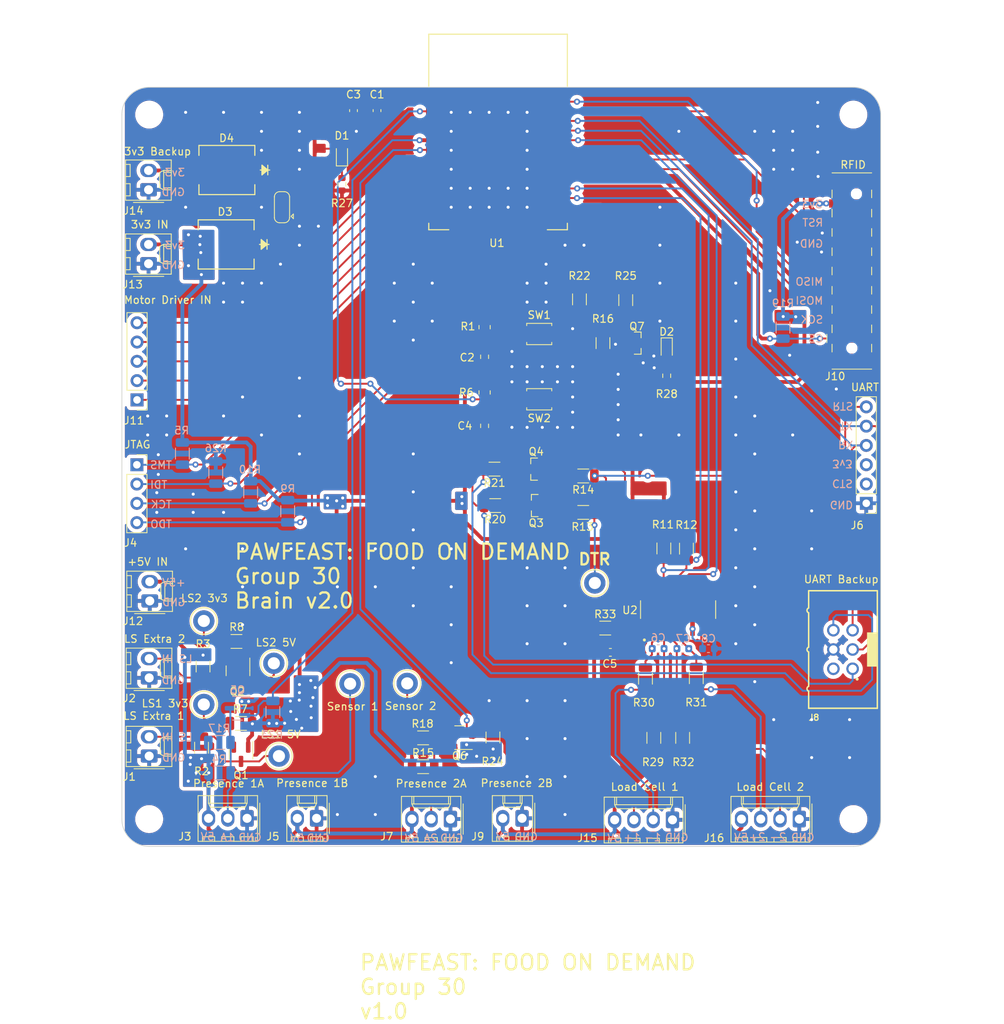
<source format=kicad_pcb>
(kicad_pcb (version 20221018) (generator pcbnew)
  (title_block (title "Brain Board") (date "2025-03-13") (rev "1.0") (company "ECE 445: Senior Capstone Project") (comment 1 "Designed By: Omkar Kulkarni"))
  (layers (0 "F.Cu" signal) (31 "B.Cu" signal) (34 "B.Paste" user) (35 "F.Paste" user) (36 "B.SilkS" user "B.Silkscreen") (37 "F.SilkS" user "F.Silkscreen") (38 "B.Mask" user) (39 "F.Mask" user) (44 "Edge.Cuts" user))
  (net 0 "")
  (net 1 "/MCU_Power")
  (net 2 "GND")
  (net 3 "/GPIO0")
  (net 4 "/CHIP_PU")
  (net 5 "Net-(U2-REFP)")
  (net 6 "Net-(U2-VIN1P)")
  (net 7 "Net-(U2-VIN1N)")
  (net 8 "Net-(U2-VIN2P)")
  (net 9 "Net-(U2-VIN2N)")
  (net 10 "Net-(U2-VBG)")
  (net 11 "Net-(D1-K)")
  (net 12 "+3V3")
  (net 13 "Net-(D2-K)")
  (net 14 "/3v3 Backup")
  (net 15 "Net-(J1-Pin_2)")
  (net 16 "Net-(J2-Pin_2)")
  (net 17 "/Presence1")
  (net 18 "+5V")
  (net 19 "/TMS")
  (net 20 "/TDI")
  (net 21 "/TCK")
  (net 22 "/TDO")
  (net 25 "/RX_ESP")
  (net 26 "/TX_ESP")
  (net 27 "/Presence2")
  (net 29 "/RFID_CS")
  (net 30 "/RFID_SCK")
  (net 31 "/RFID_MOSI")
  (net 32 "/RFID_MISO")
  (net 34 "/RFID_RST")
  (net 35 "/GPIO33")
  (net 36 "/GPIO32")
  (net 37 "/GPIO27")
  (net 38 "/GPIO25")
  (net 39 "/GPIO26")
  (net 40 "/Extra1")
  (net 41 "/Extra2")
  (net 42 "Net-(Q3-Pad3)")
  (net 43 "/RTS")
  (net 44 "Net-(Q3-Pad1)")
  (net 45 "Net-(Q4-Pad3)")
  (net 46 "/DTR")
  (net 47 "Net-(Q4-Pad1)")
  (net 48 "/Sensor1")
  (net 49 "/Sensor2")
  (net 50 "/ADC_SDA")
  (net 51 "/ADC_SCL")
  (net 52 "/GPIO2")
  (net 53 "/GPIO4")
  (net 56 "/ADC_DRDY")
  (net 66 "Net-(D4-K)")
  (net 67 "Net-(D2-A)")
  (net 68 "Net-(D3-K)")
  (net 69 "Net-(J15-Pin_2)")
  (net 70 "Net-(J15-Pin_3)")
  (net 71 "Net-(J16-Pin_2)")
  (net 72 "Net-(J16-Pin_3)")
  (footprint "Resistor_SMD:R_1206_3216Metric" (layer "F.Cu") (at 177.3 127.0375 90)
    (fp_text reference "R31")
    (fp_text value "10k")
  )
  (footprint "Resistor_SMD:R_1206_3216Metric" (layer "F.Cu") (at 171.7 134.9 90)
    (fp_text reference "R29")
    (fp_text value "10k")
  )
  (footprint "TestPoint:TestPoint_Keystone_5010-5014_Multipurpose" (layer "F.Cu") (at 121.625 125.075)
    (fp_text reference "TP2" hide)
    (fp_text value "TestPoint")
  )
  (footprint "Capacitor_SMD:C_0603_1608Metric" (layer "F.Cu") (at 165.975 123.6375 180)
    (fp_text reference "C5")
    (fp_text value "0.1uF")
  )
  (footprint "MountingHole:MountingHole_3.2mm_M3" (layer "F.Cu") (at 105.2 145.6)
    (fp_text reference "H3" hide)
    (fp_text value "MountingHole")
  )
  (footprint "Connector_Molex:Molex_KK-254_AE-6410-02A_1x02_P2.54mm_Vertical" (layer "F.Cu") (at 105.12 62.7 90)
    (fp_text reference "J14")
    (fp_text value "Conn_01x02" hide)
  )
  (footprint "Connector_Molex:Molex_KK-254_AE-6410-02A_1x02_P2.54mm_Vertical" (layer "F.Cu") (at 105.275 116.865 90)
    (fp_text reference "J12")
    (fp_text value "Conn_01x02")
  )
  (footprint "Connector_Molex:Molex_KK-254_AE-6410-02A_1x02_P2.54mm_Vertical" (layer "F.Cu") (at 105.12 72.44 90)
    (fp_text reference "J13")
    (fp_text value "Conn_01x02" hide)
  )
  (footprint "Resistor_SMD:R_1206_3216Metric" (layer "F.Cu") (at 141.3 134.9)
    (fp_text reference "R18")
    (fp_text value "10k")
  )
  (footprint "Capacitor_SMD:C_0603_1608Metric" (layer "F.Cu") (at 135.225 52.275 -90)
    (fp_text reference "C1")
    (fp_text value "0.1uF")
  )
  (footprint "Resistor_SMD:R_0805_2012Metric" (layer "F.Cu") (at 149.4 80.8 -90)
    (fp_text reference "R1")
    (fp_text value "100k")
  )
  (footprint "TestPoint:TestPoint_Keystone_5010-5014_Multipurpose" (layer "F.Cu") (at 131.675 127.775)
    (fp_text reference "TP3" hide)
    (fp_text value "TestPoint")
  )
  (footprint "MountingHole:MountingHole_3.2mm_M3" (layer "F.Cu") (at 198 52.8)
    (fp_text reference "H2" hide)
    (fp_text value "MountingHole")
  )
  (footprint "MountingHole:MountingHole_3.2mm_M3" (layer "F.Cu") (at 198 145.6)
    (fp_text reference "H4" hide)
    (fp_text value "MountingHole")
  )
  (footprint "Resistor_SMD:R_1206_3216Metric" (layer "F.Cu") (at 161.9 77.1375 -90)
    (fp_text reference "R22")
    (fp_text value "10k")
  )
  (footprint "Package_TO_SOT_SMD:SOT-23" (layer "F.Cu") (at 117.3 137.0625 -90)
    (fp_text reference "Q1")
    (fp_text value "BSS138")
  )
  (footprint "Resistor_SMD:R_1206_3216Metric" (layer "F.Cu") (at 162.4 105.2 180)
    (fp_text reference "R13")
    (fp_text value "10k")
  )
  (footprint "Connector_Molex:Molex_KK-254_AE-6410-02A_1x02_P2.54mm_Vertical" (layer "F.Cu") (at 127.26 145.5 180)
    (fp_text reference "J5")
    (fp_text value "Conn_01x02")
  )
  (footprint "Connector_Molex:Molex_KK-254_AE-6410-02A_1x02_P2.54mm_Vertical" (layer "F.Cu") (at 154.34 145.5 180)
    (fp_text reference "J9")
    (fp_text value "Conn_01x02")
  )
  (footprint "Resistor_SMD:R_1206_3216Metric" (layer "F.Cu") (at 112.1 136.2 90)
    (fp_text reference "R2")
    (fp_text value "10k")
  )
  (footprint "Resistor_SMD:R_1206_3216Metric" (layer "F.Cu") (at 165 82.9 90)
    (fp_text reference "R16")
    (fp_text value "10k")
  )
  (footprint "Resistor_SMD:R_0603_1608Metric" (layer "F.Cu") (at 149.4 84.7 -90)
    (fp_text reference "C2")
    (fp_text value "1uF")
  )
  (footprint "Connector_Molex:Molex_KK-254_AE-6410-02A_1x02_P2.54mm_Vertical" (layer "F.Cu") (at 105.2 127 90)
    (fp_text reference "J2")
    (fp_text value "Conn_01x02")
  )
  (footprint "TestPoint:TestPoint_Keystone_5010-5014_Multipurpose" (layer "F.Cu") (at 163.925 114.5)
    (fp_text reference "TP6" hide)
    (fp_text value "TestPoint" hide)
  )
  (footprint "Resistor_SMD:R_1206_3216Metric" (layer "F.Cu") (at 116.7 122.2 180)
    (fp_text reference "R8")
    (fp_text value "10k")
  )
  (footprint "Connector_Molex:Molex_KK-254_AE-6410-04A_1x04_P2.54mm_Vertical" (layer "F.Cu") (at 174.16 145.7 180)
    (fp_text reference "J15")
    (fp_text value "Conn_01x04")
  )
  (footprint "S8050:S8050-SMD" (layer "F.Cu") (at 156.116 99.5 90)
    (fp_text reference "Q4")
    (fp_text value "SMD-TRANSISTORS-NPN-25V-500MW_SOT-23_")
  )
  (footprint "Resistor_SMD:R_0603_1608Metric" (layer "F.Cu") (at 130.6 61.975 -90)
    (fp_text reference "R27")
    (fp_text value "330")
  )
  (footprint "Resistor_SMD:R_1206_3216Metric" (layer "F.Cu") (at 150.5 134.85 90)
    (fp_text reference "R24")
    (fp_text value "10k")
  )
  (footprint "VS_30BQ015_M3_9AT:VS_30BQ015_M3_9AT" (layer "F.Cu") (at 115.3396 69.9 180)
    (fp_text reference "D3")
    (fp_text value "D_Schottky")
  )
  (footprint "Resistor_SMD:R_1206_3216Metric" (layer "F.Cu") (at 150.7 99.5 180)
    (fp_text reference "R21")
    (fp_text value "10k")
  )
  (footprint "Package_TO_SOT_SMD:SOT-23" (layer "F.Cu") (at 146.1125 134.875 180)
    (fp_text reference "Q6")
    (fp_text value "BSS138")
  )
  (footprint "Resistor_SMD:R_0603_1608Metric" (layer "F.Cu") (at 149.4 93.8 -90)
    (fp_text reference "C4")
    (fp_text value "1uF")
  )
  (footprint "TestPoint:TestPoint_Keystone_5010-5014_Multipurpose" (layer "F.Cu") (at 112.4 130.5)
    (fp_text reference "TP4" hide)
    (fp_text value "TestPoint")
  )
  (footprint "Resistor_SMD:R_1206_3216Metric" (layer "F.Cu") (at 141.3 138.7)
    (fp_text reference "R15")
    (fp_text value "10k")
  )
  (footprint "S8050:S8050-SMD" (layer "F.Cu") (at 156.2 104.3 90)
    (fp_text reference "Q3")
    (fp_text value "SMD-TRANSISTORS-NPN-25V-500MW_SOT-23_")
  )
  (footprint "Resistor_SMD:R_1206_3216Metric" (layer "F.Cu") (at 173.025 109.95 -90)
    (fp_text reference "R11")
    (fp_text value "10k")
  )
  (footprint "Package_TO_SOT_SMD:SOT-23" (layer "F.Cu") (at 116.9 126.0625 -90)
    (fp_text reference "Q2")
    (fp_text value "BSS138")
  )
  (footprint "Resistor_SMD:R_1206_3216Metric" (layer "F.Cu") (at 150.8 104.3 180)
    (fp_text reference "R20")
    (fp_text value "10k")
  )
  (footprint "Resistor_SMD:R_1206_3216Metric" (layer "F.Cu") (at 112.3 125.5 -90)
    (fp_text reference "R3")
    (fp_text value "10k")
  )
  (footprint "Connector_PinSocket_2.54mm:PinSocket_1x04_P2.54mm_Vertical" (layer "F.Cu") (at 103.575 98.93)
    (fp_text reference "J4")
    (fp_text value "JTAG")
  )
  (footprint "Resistor_SMD:R_1206_3216Metric" (layer "F.Cu") (at 170.6 127.1 90)
    (fp_text reference "R30")
    (fp_text value "10k")
  )
  (footprint "Button_Switch_SMD:SW_SPST_B3U-1000P" (layer "F.Cu") (at 156.6 81.7 180)
    (fp_text reference "SW1")
    (fp_text value "SW_Push")
  )
  (footprint "Connector_Harting:Harting_har-flexicon_14110813001xxx_1x08-MP_P2.54mm_Vertical" (layer "F.Cu") (at 197.8 73.4 90)
    (fp_text reference "J10")
    (fp_text value "RFID")
  )
  (footprint "TestPoint:TestPoint_Keystone_5010-5014_Multipurpose" (layer "F.Cu") (at 112.4 119.5)
    (fp_text reference "TP5" hide)
    (fp_text value "TestPoint")
  )
  (footprint "Connector_Molex:Molex_KK-254_AE-6410-03A_1x03_P2.54mm_Vertical" (layer "F.Cu") (at 144.9 145.6 180)
    (fp_text reference "J7")
    (fp_text value "Conn_01x03")
  )
  (footprint "Connector_Molex:Molex_KK-254_AE-6410-02A_1x02_P2.54mm_Vertical" (layer "F.Cu") (at 105.2 137.3 90)
    (fp_text reference "J1")
    (fp_text value "Conn_01x02")
  )
  (footprint "LED_SMD:LED_0603_1608Metric" (layer "F.Cu") (at 173.4 83.7 -90)
    (fp_text reference "D2")
    (fp_text value "LED")
  )
  (footprint "VS_30BQ015_M3_9AT:VS_30BQ015_M3_9AT" (layer "F.Cu") (at 115.4396 60.1 180)
    (fp_text reference "D4")
    (fp_text value "D_Schottky")
  )
  (footprint "Resistor_SMD:R_1206_3216Metric" (layer "F.Cu") (at 176 109.975 -90)
    (fp_text reference "R12")
    (fp_text value "10k")
  )
  (footprint "Resistor_SMD:R_1206_3216Metric" (layer "F.Cu") (at 168 77.2375 -90)
    (fp_text reference "R25")
    (fp_text value "10k")
  )
  (footprint "Resistor_SMD:R_1206_3216Metric" (layer "F.Cu") (at 175.5 134.9 90)
    (fp_text reference "R32")
    (fp_text value "10k")
  )
  (footprint "Capacitor_SMD:C_0603_1608Metric" (layer "F.Cu") (at 132.125 52.275 -90)
    (fp_text reference "C3")
    (fp_text value "0.1uF")
  )
  (footprint "Connector_PinHeader_2.54mm:PinHeader_1x06_P2.54mm_Vertical" (layer "F.Cu") (at 199.7 104 180)
    (fp_text reference "J6")
    (fp_text value "UART")
  )
  (footprint "Connector_PinHeader_2.54mm:PinHeader_1x05_P2.54mm_Vertical" (layer "F.Cu") (at 103.6 90.38 180)
    (fp_text reference "J11")
    (fp_text value "Conn_01x05")
  )
  (footprint "Connector_Molex:Molex_KK-254_AE-6410-03A_1x03_P2.54mm_Vertical" (layer "F.Cu") (at 118.1 145.5 180)
    (fp_text reference "J3")
    (fp_text value "Conn_01x03")
  )
  (footprint "Resistor_SMD:R_0805_2012Metric" (layer "F.Cu") (at 149.4 89.4 -90)
    (fp_text reference "R6")
    (fp_text value "100k")
  )
  (footprint "TestPoint:TestPoint_Keystone_5010-5014_Multipurpose" (layer "F.Cu") (at 122.3 137.3)
    (fp_text reference "TP1" hide)
    (fp_text value "TestPoint")
  )
  (footprint "NAU7802SGI:SOIC127P600X175-16N" (layer "F.Cu") (at 174.9 118.005 90)
    (fp_text reference "U2")
    (fp_text value "NAU7802SGI")
  )
  (footprint "S8050:S8050-SMD" (layer "F.Cu") (at 169.386 82.9 -90)
    (fp_text reference "Q7")
    (fp_text value "SMD-TRANSISTORS-NPN-25V-500MW_SOT-23_")
  )
  (footprint "Resistor_SMD:R_0603_1608Metric" (layer "F.Cu") (at 173.4 87.2 90)
    (fp_text reference "R28")
    (fp_text value "330")
  )
  (footprint "ESP32-WROOM-32E-N4:ESP32-WROOM-32E-N4" (layer "F.Cu") (at 151.1747 55.08534)
    (fp_text reference "U1")
    (fp_text value "ESP32-WROOM-32E 4MB" hide)
  )
  (footprint "Button_Switch_SMD:SW_SPST_B3U-1000P" (layer "F.Cu") (at 156.6 90.3 180)
    (fp_text reference "SW2")
    (fp_text value "SW_Push")
  )
  (footprint "61200621621:61200621621" (layer "F.Cu") (at 196.63 123.26 90)
    (fp_text reference "J8")
    (fp_text value "UART Backup")
  )
  (footprint "Connector_Molex:Molex_KK-254_AE-6410-04A_1x04_P2.54mm_Vertical" (layer "F.Cu") (at 190.87 145.6 180)
    (fp_text reference "J16")
    (fp_text value "Conn_01x04")
  )
  (footprint "Resistor_SMD:R_1206_3216Metric" (layer "F.Cu") (at 162.4 100.4 180)
    (fp_text reference "R14")
    (fp_text value "10k")
  )
  (footprint "Resistor_SMD:R_1206_3216Metric" (layer "F.Cu") (at 165.3 120.4375)
    (fp_text reference "R33")
    (fp_text value "10k")
  )
  (footprint "LED_SMD:LED_0603_1608Metric" (layer "F.Cu") (at 130.6 58.075 90)
    (fp_text reference "D1")
    (fp_text value "LED")
  )
  (footprint "MountingHole:MountingHole_3.2mm_M3" (layer "F.Cu") (at 105.2 52.8)
    (fp_text reference "H1" hide)
    (fp_text value "MountingHole")
  )
  (footprint "Resistor_SMD:R_1206_3216Metric" (layer "F.Cu") (at 117.3 133 180)
    (fp_text reference "R7")
    (fp_text value "10k")
  )
  (footprint "Jumper:SolderJumper-3_P1.3mm_Open_RoundedPad1.0x1.5mm" (layer "F.Cu") (at 122.7 65 90)
    (fp_text reference "JP1" hide)
    (fp_text value "SolderJumper_3_Open")
  )
  (footprint "TestPoint:TestPoint_Keystone_5010-5014_Multipurpose" (layer "F.Cu") (at 139.2 127.725)
    (fp_text reference "TP8" hide)
    (fp_text value "TestPoint")
  )
  (footprint "Capacitor_SMD:C_0603_1608Metric" (layer "B.Cu") (at 178.9 123.15)
    (fp_text reference "C8")
    (fp_text value "0.1uF")
  )
  (footprint "Resistor_SMD:R_1206_3216Metric" (layer "B.Cu") (at 114.45 135.5)
    (fp_text reference "R17")
    (fp_text value "10k")
  )
  (footprint "Resistor_SMD:R_1206_3216Metric" (layer "B.Cu") (at 188.725 80.85 -90)
    (fp_text reference "R19")
    (fp_text value "10k")
  )
  (footprint "Resistor_SMD:R_1206_3216Metric" (layer "B.Cu") (at 109.575 97.45 -90)
    (fp_text reference "R5")
    (fp_text value "10k")
  )
  (footprint "Package_TO_SOT_SMD:SOT-23" (layer "B.Cu") (at 116.8375 131 180)
    (fp_text reference "Q5")
    (fp_text value "BSS138")
  )
  (footprint "Capacitor_SMD:C_0603_1608Metric" (layer "B.Cu") (at 175.525 123.15 180)
    (fp_text reference "C7")
    (fp_text value "0.1uF")
  )
  (footprint "Resistor_SMD:R_1206_3216Metric" (layer "B.Cu") (at 113.975 99.95 90)
    (fp_text reference "R26")
    (fp_text value "10k")
  )
  (footprint "Resistor_SMD:R_1206_3216Metric" (layer "B.Cu") (at 114.475 139.525)
    (fp_text reference "R4")
    (fp_text value "10k")
  )
  (footprint "Resistor_SMD:R_1206_3216Metric" (layer "B.Cu") (at 118.575 102.55 -90)
    (fp_text reference "R10")
    (fp_text value "10k")
  )
  (footprint "Resistor_SMD:R_1206_3216Metric" (layer "B.Cu") (at 123.45 105.05 -90)
    (fp_text reference "R9")
    (fp_text value "10k")
  )
  (footprint "Resistor_SMD:R_1206_3216Metric" (layer "B.Cu") (at 121.5 131.5 90)
    (fp_text reference "R23")
    (fp_text value "10k")
  )
  (footprint "Capacitor_SMD:C_0603_1608Metric" (layer "B.Cu") (at 172.275 123.15 180)
    (fp_text reference "C6")
    (fp_text value "0.1uF")
  )
  (gr_line (start 201.6 52.8) (end 201.6 145.6) (stroke (width 0.1)) (layer "Edge.Cuts"))
  (gr_line (start 105.2 49.2) (end 198 49.2) (stroke (width 0.1)) (layer "Edge.Cuts"))
  (gr_arc (start 105.2 149.2) (mid 102.654416 148.145584) (end 101.6 145.6) (stroke (width 0.1)) (layer "Edge.Cuts"))
  (gr_line (start 101.6 145.6) (end 101.6 52.8) (stroke (width 0.1)) (layer "Edge.Cuts"))
  (gr_line (start 198 149.2) (end 105.2 149.2) (stroke (width 0.1)) (layer "Edge.Cuts"))
  (gr_arc (start 201.6 145.6) (mid 200.545584 148.145584) (end 198 149.2) (stroke (width 0.1)) (layer "Edge.Cuts"))
  (gr_arc (start 198 49.2) (mid 200.545584 50.254416) (end 201.6 52.8) (stroke (width 0.1)) (layer "Edge.Cuts"))
  (gr_arc (start 101.6 52.8) (mid 102.654416 50.254416) (end 105.2 49.2) (stroke (width 0.1)) (layer "Edge.Cuts"))
  (gr_text "GND" (at 146.7 148.7) (layer "B.SilkS") (effects (font (size 1 1)) (justify left bottom mirror)))
  (gr_text "TDI" (at 107.675 102.15) (layer "B.SilkS") (effects (font (size 1 1)) (justify left bottom mirror)))
  (gr_text "2+" (at 186.5 148.55) (layer "B.SilkS") (effects (font (size 1 1)) (justify left bottom mirror)))
  (gr_text "5V" (at 167.5 148.7) (layer "B.SilkS") (effects (font (size 1 1)) (justify left bottom mirror)))
  (gr_text "1+" (at 170 148.6) (layer "B.SilkS") (effects (font (size 1 1)) (justify left bottom mirror)))
  (gr_text "5V" (at 125.7 148.7) (layer "B.SilkS") (effects (font (size 1 1)) (justify left bottom mirror)))
  (gr_text "GND" (at 156.5 148.5) (layer "B.SilkS") (effects (font (size 1 1)) (justify left bottom mirror)))
  (gr_text "MOSI" (at 194.1 77.9) (layer "B.SilkS") (effects (font (size 1 1)) (justify left bottom mirror)))
  (gr_text "GND" (at 110 127.9) (layer "B.SilkS") (effects (font (size 1 1)) (justify left bottom mirror)))
  (gr_text "3v3" (at 194 65.2) (layer "B.SilkS") (effects (font (size 1 1)) (justify left bottom mirror)))
  (gr_text "TMS" (at 108.275 99.55) (layer "B.SilkS") (effects (font (size 1 1)) (justify left bottom mirror)))
  (gr_text "3v3" (at 110 70.6) (layer "B.SilkS") (effects (font (size 1 1)) (justify left bottom mirror)))
  (gr_text "CS" (at 194.1 82.9) (layer "B.SilkS") (effects (font (size 1 1)) (justify left bottom mirror)))
  (gr_text "LS IN" (at 111 125.1) (layer "B.SilkS") (effects (font (size 1 1)) (justify left bottom mirror)))
  (gr_text "TCK" (at 108.275 104.75) (layer "B.SilkS") (effects (font (size 1 1)) (justify left bottom mirror)))
  (gr_text "RTS" (at 195.15 90.6 180) (layer "B.SilkS") (effects (font (size 1 1)) (justify left bottom mirror)))
  (gr_text "1A" (at 116.5 148.6) (layer "B.SilkS") (effects (font (size 1 1)) (justify left bottom mirror)))
  (gr_text "RX\n" (at 195.9 95.68 180) (layer "B.SilkS") (effects (font (size 1 1)) (justify left bottom mirror)))
  (gr_text "5V" (at 184.2 148.6) (layer "B.SilkS") (effects (font (size 1 1)) (justify left bottom mirror)))
  (gr_text "GND" (at 110 63.6) (layer "B.SilkS") (effects (font (size 1 1)) (justify left bottom mirror)))
  (gr_text "5V" (at 140.8 148.7) (layer "B.SilkS") (effects (font (size 1 1)) (justify left bottom mirror)))
  (gr_text "GND" (at 110.05 138.1) (layer "B.SilkS") (effects (font (size 1 1)) (justify left bottom mirror)))
  (gr_text "GND" (at 176.35 148.6) (layer "B.SilkS") (effects (font (size 1 1)) (justify left bottom mirror)))
  (gr_text "GND" (at 120.1 148.6) (layer "B.SilkS") (effects (font (size 1 1)) (justify left bottom mirror)))
  (gr_text "3v3" (at 195.125 98.2 180) (layer "B.SilkS") (effects (font (size 1 1)) (justify left bottom mirror)))
  (gr_text "2-" (at 189.25 148.55) (layer "B.SilkS") (effects (font (size 1 1)) (justify left bottom mirror)))
  (gr_text "GND" (at 192.95 148.6) (layer "B.SilkS") (effects (font (size 1 1)) (justify left bottom mirror)))
  (gr_text "RST" (at 194.1 67.625) (layer "B.SilkS") (effects (font (size 1 1)) (justify left bottom mirror)))
  (gr_text "SCK" (at 194.1 80.4) (layer "B.SilkS") (effects (font (size 1 1)) (justify left bottom mirror)))
  (gr_text "1-" (at 172.75 148.6) (layer "B.SilkS") (effects (font (size 1 1)) (justify left bottom mirror)))
  (gr_text "+5V" (at 110.075 115.025) (layer "B.SilkS") (effects (font (size 1 1)) (justify left bottom mirror)))
  (gr_text "LS IN" (at 111 135.4) (layer "B.SilkS") (effects (font (size 1 1)) (justify left bottom mirror)))
  (gr_text "GND" (at 110.075 117.625) (layer "B.SilkS") (effects (font (size 1 1)) (justify left bottom mirror)))
  (gr_text "GND" (at 194.1 70.4) (layer "B.SilkS") (effects (font (size 1 1)) (justify left bottom mirror)))
  (gr_text "CTS" (at 195.1 100.8 180) (layer "B.SilkS") (effects (font (size 1 1)) (justify left bottom mirror)))
  (gr_text "GND" (at 129.1 148.7) (layer "B.SilkS") (effects (font (size 1 1)) (justify left bottom mirror)))
  (gr_text "2A" (at 143.3 148.7) (layer "B.SilkS") (effects (font (size 1 1)) (justify left bottom mirror)))
  (gr_text "GND" (at 110 73.2) (layer "B.SilkS") (effects (font (size 1 1)) (justify left bottom mirror)))
  (gr_text "5V" (at 152.8 148.5) (layer "B.SilkS") (effects (font (size 1 1)) (justify left bottom mirror)))
  (gr_text "TX" (at 196.1 93.2 180) (layer "B.SilkS") (effects (font (size 1 1)) (justify left bottom mirror)))
  (gr_text "GND" (at 194.8 103.6 180) (layer "B.SilkS") (effects (font (size 1 1)) (justify left bottom mirror)))
  (gr_text "MISO" (at 194.1 75.4) (layer "B.SilkS") (effects (font (size 1 1)) (justify left bottom mirror)))
  (gr_text "TDO" (at 108.275 107.35) (layer "B.SilkS") (effects (font (size 1 1)) (justify left bottom mirror)))
  (gr_text "3v3" (at 110 61) (layer "B.SilkS") (effects (font (size 1 1)) (justify left bottom mirror)))
  (gr_text "5V" (at 113.9 148.5) (layer "B.SilkS") (effects (font (size 1 1)) (justify left bottom mirror)))
  (gr_text "LS1 5V" (at 119.775 135.025) (layer "F.SilkS") (effects (font (size 1 1)) (justify left bottom)))
  (gr_text "LS Extra 1" (at 101.7 132.6) (layer "F.SilkS") (effects (font (size 1 1)) (justify left bottom)))
  (gr_text "UART" (at 197.6 89.3) (layer "F.SilkS") (effects (font (size 1 1)) (justify left bottom)))
  (gr_text "Load Cell 2" (at 182.5 141.95) (layer "F.SilkS") (effects (font (size 1 1)) (justify left bottom)))
  (gr_text "3v3 IN" (at 102.7 67.87) (layer "F.SilkS") (effects (font (size 1 1)) (justify left bottom)))
  (gr_text "+5V IN" (at 102.255 112.295) (layer "F.SilkS") (effects (font (size 1 1)) (justify left bottom)))
  (gr_text "JTAG" (at 101.875 96.85) (layer "F.SilkS") (effects (font (size 1 1)) (justify left bottom)))
  (gr_text "Motor Driver IN" (at 101.8 77.8) (layer "F.SilkS") (effects (font (size 1 1)) (justify left bottom)))
  (gr_text "Load Cell 1" (at 165.95 141.95) (layer "F.SilkS") (effects (font (size 1 1)) (justify left bottom)))
  (gr_text "PAWFEAST: FOOD ON DEMAND\nGroup 30 \nBrain v2.0" (at 116.3 118) (layer "F.SilkS") (effects (font (size 2 2) (thickness 0.3)) (justify left bottom)))
  (gr_text "3v3 Backup" (at 101.8 58.24) (layer "F.SilkS") (effects (font (size 1 1)) (justify left bottom)))
  (gr_text "Presence 1A" (at 110.9 141.5) (layer "F.SilkS") (effects (font (size 1 1)) (justify left bottom)))
  (gr_text "RFID" (at 196.2 60) (layer "F.SilkS") (effects (font (size 1 1)) (justify left bottom)))
  (gr_text "LS1 3v3" (at 104.125 130.95) (layer "F.SilkS") (effects (font (size 1 1)) (justify left bottom)))
  (gr_text "Presence 1B" (at 121.85 141.45) (layer "F.SilkS") (effects (font (size 1 1)) (justify left bottom)))
  (gr_text "Sensor 2" (at 136.175 131.3) (layer "F.SilkS") (effects (font (size 1 1)) (justify left bottom)))
  (gr_text "UART Backup" (at 191.4 114.6) (layer "F.SilkS") (effects (font (size 1 1)) (justify left bottom)))
  (gr_text "Presence 2B" (at 148.8 141.45) (layer "F.SilkS") (effects (font (size 1 1)) (justify left bottom)))
  (gr_text "LS2 5V" (at 119.15 122.925) (layer "F.SilkS") (effects (font (size 1 1)) (justify left bottom)))
  (gr_text "Presence 2A" (at 137.6 141.5) (layer "F.SilkS") (effects (font (size 1 1)) (justify left bottom)))
  (gr_text "DTR" (at 161.625 112.25) (layer "F.SilkS") (effects (font (size 1.5 1.5) (thickness 0.3) bold) (justify left bottom)))
  (gr_text "Sensor 1" (at 128.525 131.35) (layer "F.SilkS") (effects (font (size 1 1)) (justify left bottom)))
  (gr_text "LS2 3v3" (at 109.3 117.1) (layer "F.SilkS") (effects (font (size 1 1)) (justify left bottom)))
  (gr_text "LS Extra 2" (at 101.8 122.45) (layer "F.SilkS") (effects (font (size 1 1)) (justify left bottom)))
  (gr_text "PAWFEAST: FOOD ON DEMAND\nGroup 30\nv1.0" (at 132.8 172.1) (layer "F.SilkS") (effects (font (size 2 2) (thickness 0.3)) (justify left bottom)))
  (segment (start 127.675 57.3) (end 127.6875 57.2875) (width 0.5) (layer "F.Cu") (net 1))
  (segment (start 127 57.3) (end 127 56.6) (width 0.5) (layer "F.Cu") (net 1))
  (segment (start 138.55 51.5) (end 138.955 51.095) (width 0.5) (layer "F.Cu") (net 1))
  (segment (start 135.225 51.5) (end 138.55 51.5) (width 0.5) (layer "F.Cu") (net 1))
  (segment (start 122.7 65) (end 124.7 65) (width 0.5) (layer "F.Cu") (net 1))
  (segment (start 132.125 51.5) (end 135.225 51.5) (width 0.5) (layer "F.Cu") (net 1))
  (segment (start 127.6875 57.2875) (end 127 57.975) (width 0.25) (layer "F.Cu") (net 1))
  (segment (start 127 57.975) (end 127 58) (width 0.25) (layer "F.Cu") (net 1))
  (segment (start 127.6875 57.2875) (end 127 56.6) (width 0.25) (layer "F.Cu") (net 1))
  (segment (start 124.7 65) (end 127 62.7) (width 0.5) (layer "F.Cu") (net 1))
  (segment (start 138.955 51.095) (end 142.4244 51.095) (width 0.5) (layer "F.Cu") (net 1))
  (segment (start 130.6 57.2875) (end 127.6875 57.2875) (width 0.25) (layer "F.Cu") (net 1))
  (segment (start 127 56.6) (end 127 52.6) (width 0.5) (layer "F.Cu") (net 1))
  (segment (start 127 57.3) (end 127.675 57.3) (width 0.5) (layer "F.Cu") (net 1))
  (segment (start 127 52.6) (end 128.1 51.5) (width 0.5) (layer "F.Cu") (net 1))
  (segment (start 127 58) (end 127 57.3) (width 0.5) (layer "F.Cu") (net 1))
  (segment (start 128.1 51.5) (end 132.125 51.5) (width 0.5) (layer "F.Cu") (net 1))
  (segment (start 127 62.7) (end 127 58) (width 0.5) (layer "F.Cu") (net 1))
  (via (at 187.5 55) (size 0.8) (drill 0.4) (layers "F.Cu" "B.Cu") (net 2))
  (via (at 162.5 70) (size 0.8) (drill 0.4) (layers "F.Cu" "B.Cu") (net 2))
  (via (at 167 95) (size 0.8) (drill 0.4) (layers "F.Cu" "B.Cu") (net 2))
  (via (at 185 92.5) (size 0.8) (drill 0.4) (layers "F.Cu" "B.Cu") (net 2))
  (via (at 187.5 57.5) (size 0.8) (drill 0.4) (layers "F.Cu" "B.Cu") (net 2))
  (via (at 160 122.5) (size 0.8) (drill 0.4) (layers "F.Cu" "B.Cu") (net 2))
  (via (at 193.35 60.95) (size 0.8) (drill 0.4) (layers "F.Cu" "B.Cu") (net 2))
  (via (at 192.5 105) (size 0.8) (drill 0.4) (layers "F.Cu" "B.Cu") (net 2))
  (via (at 155 75) (size 0.8) (drill 0.4) (layers "F.Cu" "B.Cu") (net 2))
  (via (at 153 94) (size 0.8) (drill 0.4) (layers "F.Cu" "B.Cu") (net 2))
  (via (at 135 110) (size 0.8) (drill 0.4) (layers "F.Cu" "B.Cu") (net 2))
  (via (at 106.4 100.2) (size 0.8) (drill 0.4) (layers "F.Cu" "B.Cu") (net 2))
  (via (at 140 82.5) (size 0.8) (drill 0.4) (layers "F.Cu" "B.Cu") (net 2))
  (via (at 130 145) (size 0.8) (drill 0.4) (layers "F.Cu" "B.Cu") (net 2))
  (via (at 120 52.5) (size 0.8) (drill 0.4) (layers "F.Cu" "B.Cu") (net 2))
  (via (at 120 65) (size 0.8) (drill 0.4) (layers "F.Cu" "B.Cu") (net 2))
  (via (at 117.5 115) (size 0.8) (drill 0.4) (layers "F.Cu" "B.Cu") (net 2))
  (via (at 150 65) (size 0.8) (drill 0.4) (layers "F.Cu" "B.Cu") (net 2))
  (via (at 155 112.5) (size 0.8) (drill 0.4) (layers "F.Cu" "B.Cu") (net 2))
  (via (at 182.5 75) (size 0.8) (drill 0.4) (layers "F.Cu" "B.Cu") (net 2))
  (via (at 190 57.5) (size 0.8) (drill 0.4) (layers "F.Cu" "B.Cu") (net 2))
  (via (at 130 115) (size 0.8) (drill 0.4) (layers "F.Cu" "B.Cu") (net 2))
  (via (at 172.5 75) (size 0.8) (drill 0.4) (layers "F.Cu" "B.Cu") (net 2))
  (via (at 140 102.5) (size 0.8) (drill 0.4) (layers "F.Cu" "B.Cu") (net 2))
  (via (at 185 120) (size 0.8) (drill 0.4) (layers "F.Cu" "B.Cu") (net 2))
  (via (at 155 57.5) (size 0.8) (drill 0.4) (layers "F.Cu" "B.Cu") (net 2))
  (via (at 117.5 90) (size 0.8) (drill 0.4) (layers "F.Cu" "B.Cu") (net 2))
  (via (at 171.75 86.15) (size 0.8) (drill 0.4) (layers "F.Cu" "B.Cu") (net 2))
  (via (at 190.6 69.6) (size 0.8) (drill 0.4) (layers "F.Cu" "B.Cu") (net 2))
  (via (at 145 52.5) (size 0.8) (drill 0.4) (layers "F.Cu" "B.Cu") (net 2))
  (via (at 145 120) (size 0.8) (drill 0.4) (layers "F.Cu" "B.Cu") (net 2))
  (via (at 145 60) (size 0.8) (drill 0.4) (layers "F.Cu" "B.Cu") (net 2))
  (via (at 145 65) (size 0.8) (drill 0.4) (layers "F.Cu" "B.Cu") (net 2))
  (via (at 182.5 80) (size 0.8) (drill 0.4) (layers "F.Cu" "B.Cu") (net 2))
  (via (at 161 94) (size 0.8) (drill 0.4) (layers "F.Cu" "B.Cu") (net 2))
  (via (at 167 93) (size 0.8) (drill 0.4) (layers "F.Cu" "B.Cu") (net 2))
  (via (at 122.5 72.5) (size 0.8) (drill 0.4) (layers "F.Cu" "B.Cu") (net 2))
  (via (at 161 81) (size 0.8) (drill 0.4) (layers "F.Cu" "B.Cu") (net 2))
  (via (at 157 94) (size 0.8) (drill 0.4) (layers "F.Cu" "B.Cu") (net 2))
  (via (at 182.5 102.5) (size 0.8) (drill 0.4) (layers "F.Cu" "B.Cu") (net 2))
  (via (at 155 117.5) (size 0.8) (drill 0.4) (layers "F.Cu" "B.Cu") (net 2))
  (via (at 192.5 110) (size 0.8) (drill 0.4) (layers "F.Cu" "B.Cu") (net 2))
  (via (at 105 92.5) (size 0.8) (drill 0.4) (layers "F.Cu" "B.Cu") (net 2))
  (via (at 110 110) (size 0.8) (drill 0.4) (layers "F.Cu" "B.Cu") (net 2))
  (via (at 185 97.5) (size 0.8) (drill 0.4) (layers "F.Cu" "B.Cu") (net 2))
  (via (at 190 95) (size 0.8) (drill 0.4) (layers "F.Cu" "B.Cu") (net 2))
  (via (at 185 127.5) (size 0.8) (drill 0.4) (layers "F.Cu" "B.Cu") (net 2))
  (via (at 159 94) (size 0.8) (drill 0.4) (layers "F.Cu" "B.Cu") (net 2))
  (via (at 182.5 112.5) (size 0.8) (drill 0.4) (layers "F.Cu" "B.Cu") (net 2))
  (via (at 160 117.5) (size 0.8) (drill 0.4) (layers "F.Cu" "B.Cu") (net 2))
  (via (at 195.75 88.95) (size 0.8) (drill 0.4) (layers "F.Cu" "B.Cu") (net 2))
  (via (at 172.5 80) (size 0.8) (drill 0.4) (layers "F.Cu" "B.Cu") (net 2))
  (via (at 160 145) (size 0.8) (drill 0.4) (layers "F.Cu" "B.Cu") (net 2))
  (via (at 117.5 75) (size 0.8) (drill 0.4) (layers "F.Cu" "B.Cu") (net 2))
  (via (at 150 52.5) (size 0.8) (drill 0.4) (layers "F.Cu" "B.Cu") (net 2))
  (via (at 145 57.5) (size 0.8) (drill 0.4) (layers "F.Cu" "B.Cu") (net 2))
  (via (at 135 140) (size 0.8) (drill 0.4) (layers "F.Cu" "B.Cu") (net 2))
  (via (at 155 122.5) (size 0.8) (drill 0.4) (layers "F.Cu" "B.Cu") (net 2))
  (via (at 155 130) (size 0.8) (drill 0.4) (layers "F.Cu" "B.Cu") (net 2))
  (via (at 155 86) (size 0.8) (drill 0.4) (layers "F.Cu" "B.Cu") (net 2))
  (via (at 120 75) (size 0.8) (drill 0.4) (layers "F.Cu" "B.Cu") (net 2))
  (via (at 175 95) (size 0.8) (drill 0.4) (layers "F.Cu" "B.Cu") (net 2))
  (via (at 107.5 95) (size 0.8) (drill 0.4) (layers "F.Cu" "B.Cu") (net 2))
  (via (at 193.3 51.2) (size 0.8) (drill 0.4) (layers "F.Cu" "B.Cu") (net 2))
  (via (at 125 92.5) (size 0.8) (drill 0.4) (layers "F.Cu" "B.Cu") (net 2))
  (via (at 137.5 75) (size 0.8) (drill 0.4) (layers "F.Cu" "B.Cu") (net 2))
  (via (at 125 97.5) (size 0.8) (drill 0.4) (layers "F.Cu" "B.Cu") (net 2))
  (via (at 115 92.5) (size 0.8) (drill 0.4) (layers "F.Cu" "B.Cu") (net 2))
  (via (at 106.4 97.6) (size 0.8) (drill 0.4) (layers "F.Cu" "B.Cu") (net 2))
  (via (at 140 72.5) (size 0.8) (drill 0.4) (layers "F.Cu" "B.Cu") (net 2))
  (via (at 182.5 122.5) (size 0.8) (drill 0.4) (layers "F.Cu" "B.Cu") (net 2))
  (via (at 145 62.5) (size 0.8) (drill 0.4) (layers "F.Cu" "B.Cu") (net 2))
  (via (at 197.5 132.5) (size 0.8) (drill 0.4) (layers "F.Cu" "B.Cu") (net 2))
  (via (at 120 95) (size 0.8) (drill 0.4) (layers "F.Cu" "B.Cu") (net 2))
  (via (at 157.5 75) (size 0.8) (drill 0.4) (layers "F.Cu" "B.Cu") (net 2))
  (via (at 153 86) (size 0.8) (drill 0.4) (layers "F.Cu" "B.Cu") (net 2))
  (via (at 115 75) (size 0.8) (drill 0.4) (layers "F.Cu" "B.Cu") (net 2))
  (via (at 152.5 65) (size 0.8) (drill 0.4) (layers "F.Cu" "B.Cu") (net 2))
  (via (at 157 88) (size 0.8) (drill 0.4) (layers "F.Cu" "B.Cu") (net 2))
  (via (at 150 62.5) (size 0.8) (drill 0.4) (layers "F.Cu" "B.Cu") (net 2))
  (via (at 155 94) (size 0.8) (drill 0.4) (layers "F.Cu" "B.Cu") (net 2))
  (via (at 160 70) (size 0.8) (drill 0.4) (layers "F.Cu" "B.Cu") (net 2))
  (via (at 153 84) (size 0.8) (drill 0.4) (layers "F.Cu" "B.Cu") (net 2))
  (via (at 187.5 132.5) (size 0.8) (drill 0.4) (layers "F.Cu" "B.Cu") (net 2))
  (via (at 110 52.5) (size 0.8) (drill 0.4) (layers "F.Cu" "B.Cu") (net 2))
  (via (at 140 97.5) (size 0.8) (drill 0.4) (layers "F.Cu" "B.Cu") (net 2))
  (via (at 142.5 80) (size 0.8) (drill 0.4) (layers "F.Cu" "B.Cu") (net 2))
  (via (at 190 60) (size 0.8) (drill 0.4) (layers "F.Cu" "B.Cu") (net 2))
  (via (at 140 107.5) (size 0.8) (drill 0.4) (layers "F.Cu" "B.Cu") (net 2))
  (via (at 147.5 52.5) (size 0.8) (drill 0.4) (layers "F.Cu" "B.Cu") (net 2))
  (via (at 197.5 137.5) (size 0.8) (drill 0.4) (layers "F.Cu" "B.Cu") (net 2))
  (via (at 125 55) (size 0.8) (drill 0.4) (layers "F.Cu" "B.Cu") (net 2))
  (via (at 185 105) (size 0.8) (drill 0.4) (layers "F.Cu" "B.Cu") (net 2))
  (via (at 145 110) (size 0.8) (drill 0.4) (layers "F.Cu" "B.Cu") (net 2))
  (via (at 155 140) (size 0.8) (drill 0.4) (layers "F.Cu" "B.Cu") (net 2))
  (via (at 193.8 70.9) (size 0.8) (drill 0.4) (layers "F.Cu" "B.Cu") (net 2))
  (via (at 172.5 70) (size 0.8) (drill 0.4) (layers "F.Cu" "B.Cu") (net 2))
  (via (at 192.5 137.5) (size 0.8) (drill 0.4) (layers "F.Cu" "B.Cu") (net 2))
  (via (at 125 87.5) (size 0.8) (drill 0.4) (layers "F.Cu" "B.Cu") (net 2))
  (via (at 166.65 83.05) (size 0.8) (drill 0.4) (layers "F.Cu" "B.Cu") (net 2))
  (via (at 192.5 132.5) (size 0.8) (drill 0.4) (layers "F.Cu" "B.Cu") (net 2))
  (via (at 123.9 110) (size 0.8) (drill 0.4) (layers "F.Cu" "B.Cu") (net 2))
  (via (at 175 55) (size 0.8) (drill 0.4) (layers "F.Cu" "B.Cu") (net 2))
  (via (at 105 95) (size 0.8) (drill 0.4) (layers "F.Cu" "B.Cu") (net 2))
  (via (at 187 76) (size 0.8) (drill 0.4) (layers "F.Cu" "B.Cu") (net 2))
  (via (at 127.5 67.5) (size 0.8) (drill 0.4) (layers "F.Cu" "B.Cu") (net 2))
  (via (at 161 88) (size 0.8) (drill 0.4) (layers "F.Cu" "B.Cu") (net 2))
  (via (at 125 52.5) (size 0.8) (drill 0.4) (layers "F.Cu" "B.Cu") (net 2))
  (via (at 106.2 105.2) (size 0.8) (drill 0.4) (layers "F.Cu" "B.Cu") (net 2))
  (via (at 182.5 117.5) (size 0.8) (drill 0.4) (layers "F.Cu" "B.Cu") (net 2))
  (via (at 140 112.5) (size 0.8) (drill 0.4) (layers "F.Cu" "B.Cu") (net 2))
  (via (at 132.5 55) (size 0.8) (drill 0.4) (layers "F.Cu" "B.Cu") (net 2))
  (via (at 152.5 62.5) (size 0.8) (drill 0.4) (layers "F.Cu" "B.Cu") (net 2))
  (via (at 193.9 68.4) (size 0.8) (drill 0.4) (layers "F.Cu" "B.Cu") (net 2))
  (via (at 155 88) (size 0.8) (drill 0.4) (layers "F.Cu" "B.Cu") (net 2))
  (via (at 182.5 90) (size 0.8) (drill 0.4) (layers "F.Cu" "B.Cu") (net 2))
  (via (at 167 87) (size 0.8) (drill 0.4) (layers "F.Cu" "B.Cu") (net 2))
  (via (at 117.5 120) (size 0.8) (drill 0.4) (layers "F.Cu" "B.Cu") (net 2))
  (via (at 125 67.5) (size 0.8) (drill 0.4) (layers "F.Cu" "B.Cu") (net 2))
  (via (at 115 105.2) (size 0.8) (drill 0.4) (layers "F.Cu" "B.Cu") (net 2))
  (via (at 155 52.5) (size 0.8) (drill 0.4) (layers "F.Cu" "B.Cu") (net 2))
  (via (at 193.3 54.35) (size 0.8) (drill 0.4) (layers "F.Cu" "B.Cu") (net 2))
  (via (at 157.5 77.5) (size 0.8) (drill 0.4) (layers "F.Cu" "B.Cu") (net 2))
  (via (at 172.5 65) (size 0.8) (drill 0.4) (layers "F.Cu" "B.Cu") (net 2))
  (via (at 107.5 92.5) (size 0.8) (drill 0.4) (layers "F.Cu" "B.Cu") (net 2))
  (via (at 170.3 85.5) (size 0.8) (drill 0.4) (layers "F.Cu" "B.Cu") (net 2))
  (via (at 117.5 110) (size 0.8) (drill 0.4) (layers "F.Cu" "B.Cu") (net 2))
  (via (at 160 112.5) (size 0.8) (drill 0.4) (layers "F.Cu" "B.Cu") (net 2))
  (via (at 185 110) (size 0.8) (drill 0.4) (layers "F.Cu" "B.Cu") (net 2))
  (via (at 111 102.8) (size 0.8) (drill 0.4) (layers "F.Cu" "B.Cu") (net 2))
  (via (at 182.5 107.5) (size 0.8) (drill 0.4) (layers "F.Cu" "B.Cu") (net 2))
  (via (at 193.3 57.75) (size 0.8) (drill 0.4) (layers "F.Cu" "B.Cu") (net 2))
  (via (at 167 91) (size 0.8) (drill 0.4) (layers "F.Cu" "B.Cu") (net 2))
  (via (at 152.5 52.5) (size 0.8) (drill 0.4) (layers "F.Cu" "B.Cu") (net 2))
  (via (at 147.5 62.5) (size 0.8) (drill 0.4) (layers "F.Cu" "B.Cu") (net 2))
  (via (at 115 52.5) (size 0.8) (drill 0.4) (layers "F.Cu" "B.Cu") (net 2))
  (via (at 147.5 65) (size 0.8) (drill 0.4) (layers "F.Cu" "B.Cu") (net 2))
  (via (at 155 55) (size 0.8) (drill 0.4) (layers "F.Cu" "B.Cu") (net 2))
  (via (at 182.5 85) (size 0.8) (drill 0.4) (layers "F.Cu" "B.Cu") (net 2))
  (via (at 155 65) (size 0.8) (drill 0.4) (layers "F.Cu" "B.Cu") (net 2))
  (via (at 140 77.5) (size 0.8) (drill 0.4) (layers "F.Cu" "B.Cu") (net 2))
  (via (at 137.5 80) (size 0.8) (drill 0.4) (layers "F.Cu" "B.Cu") (net 2))
  (via (at 155 77.5) (size 0.8) (drill 0.4) (layers "F.Cu" "B.Cu") (net 2))
  (via (at 157 86) (size 0.8) (drill 0.4) (layers "F.Cu" "B.Cu") (net 2))
  (via (at 187.5 60) (size 0.8) (drill 0.4) (layers "F.Cu" "B.Cu") (net 2))
  (via (at 155 62.5) (size 0.8) (drill 0.4) (layers "F.Cu" "B.Cu") (net 2))
  (via (at 140 117.5) (size 0.8) (drill 0.4) (layers "F.Cu" "B.Cu") (net 2))
  (via (at 170 95) (size 0.8) (drill 0.4) (layers "F.Cu" "B.Cu") (net 2))
  (via (at 159 88) (size 0.8) (drill 0.4) (layers "F.Cu" "B.Cu") (net 2))
  (via (at 111 105.2) (size 0.8) (drill 0.4) (layers "F.Cu" "B.Cu") (net 2))
  (via (at 157.5 72.5) (size 0.8) (drill 0.4) (layers "F.Cu" "B.Cu") (net 2))
  (via (at 120 55) (size 0.8) (drill 0.4) (layers "F.Cu" "B.Cu") (net 2))
  (via (at 155 135) (size 0.8) (drill 0.4) (layers "F.Cu" "B.Cu") (net 2))
  (via (at 160 130) (size 0.8) (drill 0.4) (layers "F.Cu" "B.Cu") (net 2))
  (via (at 153 88) (size 0.8) (drill 0.4) (layers "F.Cu" "B.Cu") (net 2))
  (via (at 150 130) (size 0.8) (drill 0.4) (layers "F.Cu" "B.Cu") (net 2))
  (via (at 160 135) (size 0.8) (drill 0.4) (layers "F.Cu" "B.Cu") (net 2))
  (via (at 171.7 84.6) (size 0.8) (drill 0.4) (layers "F.Cu" "B.Cu") (net 2))
  (via (at 182.5 95) (size 0.8) (drill 0.4) (layers "F.Cu" "B.Cu") (net 2))
  (via (at 160 140) (size 0.8) (drill 0.4) (layers "F.Cu" "B.Cu") (net 2))
  (via (at 159 86) (size 0.8) (drill 0.4) (layers "F.Cu" "B.Cu") (net 2))
  (via (at 125 57.5) (size 0.8) (drill 0.4) (layers "F.Cu" "B.Cu") (net 2))
  (via (at 115 77.5) (size 0.8) (drill 0.4) (layers "F.Cu" "B.Cu") (net 2))
  (via (at 185 115) (size 0.8) (drill 0.4) (layers "F.Cu" "B.Cu") (net 2))
  (via (at 135 145) (size 0.8) (drill 0.4) (layers "F.Cu" "B.Cu") (net 2))
  (via (at 106.2 102.6) (size 0.8) (drill 0.4) (layers "F.Cu" "B.Cu") (net 2))
  (via (at 117.5 77.5) (size 0.8) (drill 0.4) (layers "F.Cu" "B.Cu") (net 2))
  (via (at 145 115) (size 0.8) (drill 0.4) (layers "F.Cu" "B.Cu") (net 2))
  (via (at 155 60) (size 0.8) (drill 0.4) (layers "F.Cu" "B.Cu") (net 2))
  (via (at 161 90) (size 0.8) (drill 0.4) (layers "F.Cu" "B.Cu") (net 2))
  (via (at 120 57.5) (size 0.8) (drill 0.4) (layers "F.Cu" "B.Cu") (net 2))
  (via (at 189.6 84.5) (size 0.8) (drill 0.4) (layers "F.Cu" "B.Cu") (net 2))
  (via (at 145 125) (size 0.8) (drill 0.4) (layers "F.Cu" "B.Cu") (net 2))
  (via (at 125 60) (size 0.8) (drill 0.4) (layers "F.Cu" "B.Cu") (net 2))
  (via (at 110 65) (size 0.8) (drill 0.4) (layers "F.Cu" "B.Cu") (net 2))
  (via (at 161 92) (size 0.8) (drill 0.4) (layers "F.Cu" "B.Cu") (net 2))
  (via (at 135 115) (size 0.8) (drill 0.4) (layers "F.Cu" "B.Cu") (net 2))
  (via (at 167 89) (size 0.8) (drill 0.4) (layers "F.Cu" "B.Cu") (net 2))
  (via (at 125 70) (size 0.8) (drill 0.4) (layers "F.Cu" "B.Cu") (net 2))
  (via (at 142.5 75) (size 0.8) (drill 0.4) (layers "F.Cu" "B.Cu") (net 2))
  (via (at 161 86) (size 0.8) (drill 0.4) (layers "F.Cu" "B.Cu") (net 2))
  (via (at 145 55) (size 0.8) (drill 0.4) (layers "F.Cu" "B.Cu") (net 2))
  (via (at 185 55) (size 0.8) (drill 0.4) (layers "F.Cu" "B.Cu") (net 2))
  (via (at 190 55) (size 0.8) (drill 0.4) (layers "F.Cu" "B.Cu") (net 2))
  (segment (start 160.7 83.6) (end 162.8625 81.4375) (width 0.25) (layer "F.Cu") (net 3))
  (segment (start 154.8875 81.7125) (end 154.9 81.7) (width 0.25) (layer "F.Cu") (net 3))
  (segment (start 165 68.575) (end 162.76 66.335) (width 0.25) (layer "F.Cu") (net 3))
  (segment (start 163.2 83.2) (end 163.7 82.7) (width 0.25) (layer "F.Cu") (net 3))
  (segment (start 168.37 82.011) (end 167.011 82.011) (width 0.25) (layer "F.Cu") (net 3))
  (segment (start 163.2 94.1) (end 163.2 83.2) (width 0.25) (layer "F.Cu") (net 3))
  (segment (start 149.4 81.7125) (end 154.8875 81.7125) (width 0.25) (layer "F.Cu") (net 3))
  (segment (start 149.2375 98.2625) (end 150.9 96.6) (width 0.25) (layer "F.Cu") (net 3))
  (segment (start 149.2375 99.5) (end 149.2375 101.1875) (width 0.25) (layer "F.Cu") (net 3))
  (segment (start 154.9 81.7) (end 154.9 83.125) (width 0.25) (layer "F.Cu") (net 3))
  (segment (start 162.8625 81.4375) (end 165 81.4375) (width 0.25) (layer "F.Cu") (net 3))
  (segment (start 167.011 82.011) (end 166.4375 81.4375) (width 0.25) (layer "F.Cu") (net 3))
  (segment (start 163.7 82.7) (end 164.8 82.7) (width 0.25) (layer "F.Cu") (net 3))
  (segment (start 149.2375 99.5) (end 149.2375 98.2625) (width 0.25) (layer "F.Cu") (net 3))
  (segment (start 165 82.5) (end 165 81.4375) (width 0.25) (layer "F.Cu") (net 3))
  (segment (start 154.9 83.125) (end 155.375 83.6) (width 0.25) (layer "F.Cu") (net 3))
  (segment (start 149.2375 101.1875) (end 149.25 101.2) (width 0.25) (layer "F.Cu") (net 3))
  (segment (start 155.375 83.6) (end 160.7 83.6) (width 0.25) (layer "F.Cu") (net 3))
  (segment (start 164.8 82.7) (end 165 82.5) (width 0.25) (layer "F.Cu") (net 3))
  (segment (start 165 81.4375) (end 165 68.575) (width 0.25) (layer "F.Cu") (net 3))
  (segment (start 166.4375 81.4375) (end 165 81.4375) (width 0.25) (layer "F.Cu") (net 3))
  (segment (start 150.9 96.6) (end 160.7 96.6) (width 0.25) (layer "F.Cu") (net 3))
  (segment (start 162.76 66.335) (end 159.925 66.335) (width 0.25) (layer "F.Cu") (net 3))
  (segment (start 149.4 83.875) (end 149.4 81.7125) (width 0.25) (layer "F.Cu") (net 3))
  (segment (start 160.7 96.6) (end 163.2 94.1) (width 0.25) (layer "F.Cu") (net 3))
  (via (at 149.25 101.2) (size 0.8) (drill 0.4) (layers "F.Cu" "B.Cu") (net 3))
  (segment (start 199 128.7) (end 191.325 128.7) (width 0.25) (layer "B.Cu") (net 3))
  (segment (start 150.25 126.375) (end 147.8 123.925) (width 0.25) (layer "B.Cu") (net 3))
  (segment (start 147.8 102.65) (end 149.25 101.2) (width 0.25) (layer "B.Cu") (net 3))
  (segment (start 189 126.375) (end 150.25 126.375) (width 0.25) (layer "B.Cu") (net 3))
  (segment (start 195.36 120.72) (end 195.36 119.115) (width 0.25) (layer "B.Cu") (net 3))
  (segment (start 191.325 128.7) (end 189 126.375) (width 0.25) (layer "B.Cu") (net 3))
  (segment (start 200.475 127.225) (end 199 128.7) (width 0.25) (layer "B.Cu") (net 3))
  (segment (start 200.475 119.2) (end 200.475 127.225) (width 0.25) (layer "B.Cu") (net 3))
  (segment (start 147.8 123.925) (end 147.8 102.65) (width 0.25) (layer "B.Cu") (net 3))
  (segment (start 195.36 119.115) (end 195.75 118.725) (width 0.25) (layer "B.Cu") (net 3))
  (segment (start 200 118.725) (end 200.475 119.2) (width 0.25) (layer "B.Cu") (net 3))
  (segment (start 195.75 118.725) (end 200 118.725) (width 0.25) (layer "B.Cu") (net 3))
  (segment (start 147.8 103.8) (end 147.8 93.4) (width 0.25) (layer "F.Cu") (net 4))
  (segment (start 149.3375 105.6125) (end 149.35 105.625) (width 0.25) (layer "F.Cu") (net 4))
  (segment (start 149.4 92.975) (end 149.4 90.3125) (width 0.25) (layer "F.Cu") (net 4))
  (segment (start 134.35 88.25) (end 130.475 88.25) (width 0.25) (layer "F.Cu") (net 4))
  (segment (start 149.4 90.3125) (end 147.8375 90.3125) (width 0.25) (layer "F.Cu") (net 4))
  (segment (start 140.885 52.365) (end 140.875 52.375) (width 0.25) (layer "F.Cu") (net 4))
  (segment (start 142.4244 52.365) (end 140.885 52.365) (width 0.25) (layer "F.Cu") (net 4))
  (segment (start 147.8375 90.3125) (end 147.825 90.3) (width 0.25) (layer "F.Cu") (net 4))
  (segment (start 148.3 104.3) (end 147.8 103.8) (width 0.25) (layer "F.Cu") (net 4))
  (segment (start 147.8 93.4) (end 148.225 92.975) (width 0.25) (layer "F.Cu") (net 4))
  (segment (start 154.8875 90.3125) (end 154.9 90.3) (width 0.25) (layer "F.Cu") (net 4))
  (segment (start 149.4 90.3125) (end 154.8875 90.3125) (width 0.25) (layer "F.Cu") (net 4))
  (segment (start 149.3375 104.3) (end 148.3 104.3) (width 0.25) (layer "F.Cu") (net 4))
  (segment (start 149.3375 104.3) (end 149.3375 105.6125) (width 0.25) (layer "F.Cu") (net 4))
  (segment (start 148.225 92.975) (end 149.4 92.975) (width 0.25) (layer "F.Cu") (net 4))
  (via (at 130.475 88.25) (size 0.8) (drill 0.4) (layers "F.Cu" "B.Cu") (net 4))
  (via (at 149.35 105.625) (size 0.8) (drill 0.4) (layers "F.Cu" "B.Cu") (net 4))
  (via (at 140.875 52.375) (size 0.8) (drill 0.4) (layers "F.Cu" "B.Cu") (net 4))
  (via (at 134.35 88.25) (size 0.8) (drill 0.4) (layers "F.Cu" "B.Cu") (net 4))
  (via (at 147.825 90.3) (size 0.8) (drill 0.4) (layers "F.Cu" "B.Cu") (net 4))
  (segment (start 130.05 61.775) (end 139.45 52.375) (width 0.25) (layer "B.Cu") (net 4))
  (segment (start 197.9 125.8) (end 197.9 127.35) (width 0.25) (layer "B.Cu") (net 4))
  (segment (start 192.275 127.775) (end 189.75 125.25) (width 0.25) (layer "B.Cu") (net 4))
  (segment (start 139.45 52.375) (end 140.875 52.375) (width 0.25) (layer "B.Cu") (net 4))
  (segment (start 189.75 125.25) (end 150.525 125.25) (width 0.25) (layer "B.Cu") (net 4))
  (segment (start 130.05 87.825) (end 130.05 61.775) (width 0.25) (layer "B.Cu") (net 4))
  (segment (start 149.35 124.075) (end 149.35 105.625) (width 0.25) (layer "B.Cu") (net 4))
  (segment (start 136.4 90.3) (end 134.35 88.25) (width 0.25) (layer "B.Cu") (net 4))
  (segment (start 149.35 105.625) (end 149.35 105.925) (width 0.25) (layer "B.Cu") (net 4))
  (segment (start 197.9 127.35) (end 197.475 127.775) (width 0.25) (layer "B.Cu") (net 4))
  (segment (start 197.475 127.775) (end 192.275 127.775) (width 0.25) (layer "B.Cu") (net 4))
  (segment (start 130.475 88.25) (end 130.05 87.825) (width 0.25) (layer "B.Cu") (net 4))
  (segment (start 147.825 90.3) (end 136.4 90.3) (width 0.25) (layer "B.Cu") (net 4))
  (segment (start 150.525 125.25) (end 149.35 124.075) (width 0.25) (layer "B.Cu") (net 4))
  (segment (start 166.805 120.48) (end 166.7625 120.4375) (width 0.25) (layer "F.Cu") (net 5))
  (segment (start 166.7625 123.625) (end 166.75 123.6375) (width 0.25) (layer "F.Cu") (net 5))
  (segment (start 166.7625 120.4375) (end 166.7625 123.625) (width 0.25) (layer "F.Cu") (net 5))
  (segment (start 170.455 120.48) (end 166.805 120.48) (width 0.25) (layer "F.Cu") (net 5))
  (segment (start 173.05 121.925) (end 173.05 123.15) (width 0.25) (layer "F.Cu") (net 6))
  (segment (start 171.7 131.45) (end 171.7 133.4375) (width 0.25) (layer "F.Cu") (net 6))
  (segment (start 172.995 121.87) (end 173.05 121.925) (width 0.25) (layer "F.Cu") (net 6))
  (segment (start 173.05 130.1) (end 171.7 131.45) (width 0.25) (layer "F.Cu") (net 6))
  (segment (start 173.05 123.15) (end 173.05 130.1) (width 0.25) (layer "F.Cu") (net 6))
  (segment (start 172.995 120.48) (end 172.995 121.87) (width 0.25) (layer "F.Cu") (net 6))
  (via (at 173.05 123.15) (size 0.8) (drill 0.4) (layers "F.Cu" "B.Cu") (net 6))
  (segment (start 170.6 125.6375) (end 170.6 124.8) (width 0.25) (layer "F.Cu") (net 7))
  (segment (start 171.45 123.95) (end 171.45 123.125) (width 0.25) (layer "F.Cu") (net 7))
  (segment (start 171.45 122.35) (end 171.45 123.125) (width 0.25) (layer "F.Cu") (net 7))
  (segment (start 171.725 120.48) (end 171.725 122.075) (width 0.25) (layer "F.Cu") (net 7))
  (segment (start 170.6 124.8) (end 171.45 123.95) (width 0.25) (layer "F.Cu") (net 7))
  (segment (start 171.725 122.075) (end 171.45 122.35) (width 0.25) (layer "F.Cu") (net 7))
  (via (at 171.45 123.125) (size 0.8) (drill 0.4) (layers "F.Cu" "B.Cu") (net 7))
  (segment (start 175.535 120.48) (end 175.535 122.365) (width 0.25) (layer "F.Cu") (net 8))
  (segment (start 176.32 123.15) (end 176.325 123.15) (width 0.25) (layer "F.Cu") (net 8))
  (segment (start 177.3 124.13) (end 177.3 125.575) (width 0.25) (layer "F.Cu") (net 8))
  (segment (start 176.325 123.15) (end 176.325 123.155) (width 0.25) (layer "F.Cu") (net 8))
  (segment (start 176.325 123.155) (end 177.3 124.13) (width 0.25) (layer "F.Cu") (net 8))
  (segment (start 175.535 122.365) (end 176.32 123.15) (width 0.25) (layer "F.Cu") (net 8))
  (via (at 176.325 123.15) (size 0.8) (drill 0.4) (layers "F.Cu" "B.Cu") (net 8))
  (segment (start 175.5 132) (end 175.5 133.4375) (width 0.25) (layer "F.Cu") (net 9))
  (segment (start 174.265 122.09) (end 174.725 122.55) (width 0.25) (layer "F.Cu") (net 9))
  (segment (start 174.725 122.55) (end 174.725 123.1) (width 0.25) (layer "F.Cu") (net 9))
  (segment (start 174.725 131.225) (end 175.5 132) (width 0.25) (layer "F.Cu") (net 9))
  (segment (start 174.725 123.15) (end 174.725 131.225) (width 0.25) (layer "F.Cu") (net 9))
  (segment (start 174.725 123.1) (end 174.7 123.125) (width 0.25) (layer "F.Cu") (net 9))
  (segment (start 174.7 123.125) (end 174.725 123.15) (width 0.25) (layer "F.Cu") (net 9))
  (segment (start 174.265 120.48) (end 174.265 122.09) (width 0.25) (layer "F.Cu") (net 9))
  (via (at 174.7 123.125) (size 0.8) (drill 0.4) (layers "F.Cu" "B.Cu") (net 9))
  (via (at 176.8 120.55) (size 0.8) (drill 0.4) (layers "F.Cu" "B.Cu") (net 10))
  (segment (start 176.8 120.55) (end 176.8 121.75) (width 0.25) (layer "B.Cu") (net 10))
  (segment (start 177.175 122.125) (end 177.95 122.125) (width 0.25) (layer "B.Cu") (net 10))
  (segment (start 177.95 122.125) (end 178.125 122.3) (width 0.25) (layer "B.Cu") (net 10))
  (segment (start 178.125 122.3) (end 178.125 123.15) (width 0.25) (layer "B.Cu") (net 10))
  (segment (start 176.8 121.75) (end 177.175 122.125) (width 0.25) (layer "B.Cu") (net 10))
  (segment (start 130.6 61.15) (end 130.6 58.8625) (width 0.25) (layer "F.Cu") (net 11))
  (segment (start 125.025 128.25) (end 125.025 123.875) (width 0.5) (layer "F.Cu") (net 12))
  (segment (start 125.025 132.1) (end 125.025 129.675) (width 0.5) (layer "F.Cu") (net 12))
  (segment (start 146.792308 87.2) (end 146.792308 88.4) (width 0.5) (layer "F.Cu") (net 12))
  (segment (start 173.025 108.4875) (end 173.025 102.9) (width 0.5) (layer "F.Cu") (net 12))
  (segment (start 146.8 103.675) (end 146.8 102.5) (width 0.5) (layer "F.Cu") (net 12))
  (segment (start 168.9 102.025) (end 168.9 102.775) (width 0.5) (layer "F.Cu") (net 12))
  (segment (start 118.8 133.05) (end 118.7625 133.0125) (width 0.5) (layer "F.Cu") (net 12))
  (segment (start 125.025 129.625) (end 125.025 128.975) (width 0.5) (layer "F.Cu") (net 12))
  (segment (start 146.8 104.85) (end 146.8 103.675) (width 0.5) (layer "F.Cu") (net 12))
  (segment (start 145.625 103.675) (end 145.975 104.025) (width 0.5) (layer "F.Cu") (net 12))
  (segment (start 165 84.3625) (end 166.4625 84.3625) (width 0.5) (layer "F.Cu") (net 12))
  (segment (start 111.875 69.925) (end 111.85 69.9) (width 0.5) (layer "F.Cu") (net 12))
  (segment (start 146.792308 87.2) (end 146.7 81.2) (width 0.5) (layer "F.Cu") (net 12))
  (segment (start 176 108.5125) (end 173.05 108.5125) (width 0.5) (layer "F.Cu") (net 12))
  (segment (start 123.35 122.2) (end 118.1625 122.2) (width 0.5) (layer "F.Cu") (net 12))
  (segment (start 118.7625 134.5375) (end 118.7625 133.0875) (width 0.5) (layer "F.Cu") (net 12))
  (segment (start 118.25 135.05) (end 118.7625 134.5375) (width 0.5) (layer "F.Cu") (net 12))
  (segment (start 165 95.3) (end 168.9 99.2) (width 0.5) (layer "F.Cu") (net 12))
  (segment (start 147.5875 88.4875) (end 146.875 89.2) (width 0.5) (layer "F.Cu") (net 12))
  (segment (start 191.55 80.125) (end 191.55 87.075) (width 0.5) (layer "F.Cu") (net 12))
  (segment (start 147.05 135.825) (end 147.05 137.075) (width 0.5) (layer "F.Cu") (net 12))
  (segment (start 188.775 79.425) (end 188.75 79.4) (width 0.5) (layer "F.Cu") (net 12))
  (segment (start 146.8 87.7) (end 146.792308 87.2) (width 0.5) (layer "F.Cu") (net 12))
  (segment (start 147.9125 79.8875) (end 149.4 79.8875) (width 0.5) (layer "F.Cu") (net 12))
  (segment (start 168.9 99.2) (end 168.9 100.95) (width 0.5) (layer "F.Cu") (net 12))
  (segment (start 149.4 88.4875) (end 147.5875 88.4875) (width 0.5) (layer "F.Cu") (net 12))
  (segment (start 169.65 102.025) (end 168.9 102.775) (width 0.5) (layer "F.Cu") (net 12))
  (segment (start 125 128.275) (end 125.025 128.25) (width 0.5) (layer "F.Cu") (net 12))
  (segment (start 168.9 100.95) (end 168.9 101.2) (width 0.5) (layer "F.Cu") (net 12))
  (segment (start 173.05 108.5125) (end 173.025 108.4875) (width 0.5) (layer "F.Cu") (net 12))
  (segment (start 146.4 103.125) (end 146.4 102.9) (width 0.5) (layer "F.Cu") (net 12))
  (segment (start 190.6 88.025) (end 173.4 88.025) (width 0.5) (layer "F.Cu") (net 12))
  (segment (start 194.4 64.475) (end 194.365 64.51) (width 0.5) (layer "F.Cu") (net 12))
  (segment (start 146.425 104.475) (end 146.8 104.85) (width 0.5) (layer "F.Cu") (net 12))
  (segment (start 166.4625 84.3625) (end 170.125 88.025) (width 0.5) (layer "F.Cu") (net 12))
  (segment (start 124.125 133) (end 125.025 132.1) (width 0.5) (layer "F.Cu") (net 12))
  (segment (start 146.8 102.5) (end 146.8 89.2) (width 0.5) (layer "F.Cu") (net 12))
  (segment (start 170.125 88.025) (end 173.4 88.025) (width 0.5) (layer "F.Cu") (net 12))
  (segment (start 145.625 103.675) (end 146.8 103.675) (width 0.5) (layer "F.Cu") (net 12))
  (segment (start 145.625 103.675) (end 130.225 103.675) (width 0.5) (layer "F.Cu") (net 12))
  (segment (start 118.7625 133) (end 118.7625 130.5625) (width 0.5) (layer "F.Cu") (net 12))
  (segment (start 118.25 136.125) (end 118.25 135.05) (width 0.5) (layer "F.Cu") (net 12))
  (segment (start 191.55 87.075) (end 190.6 88.025) (width 0.5) (layer "F.Cu") (net 12))
  (segment (start 125.025 128.975) (end 125 128.95) (width 0.5) (layer "F.Cu") (net 12))
  (segment (start 125.025 129.675) (end 125 129.65) (width 0.5) (layer "F.Cu") (net 12))
  (segment (start 169.725 102.025) (end 168.9 102.025) (width 0.5) (layer "F.Cu") (net 12))
  (segment (start 118.7625 133.0125) (end 118.7625 133) (width 0.5) (layer "F.Cu") (net 12))
  (segment (start 118.1625 123.6375) (end 118.1625 122.2) (width 0.5) (layer "F.Cu") (net 12))
  (segment (start 146.7 81.2) (end 147.9125 79.8875) (width 0.5) (layer "F.Cu") (net 12))
  (segment (start 130.225 103.675) (end 129.9 103.675) (width 0.5) (layer "F.Cu") (net 12))
  (segment (start 112.0346 69.9) (end 111.9 69.9) (width 0.5) (layer "F.Cu") (net 12))
  (segment (start 146.8 106.4) (end 146.8 104.85) (width 0.5) (layer "F.Cu") (net 12))
  (segment (start 165 84.3625) (end 165 95.3) (width 0.5) (layer "F.Cu") (net 12))
  (segment (start 190.4 79.425) (end 188.775 79.425) (width 0.5) (layer "F.Cu") (net 12))
  (segment (start 117.85 125.125) (end 117.85 123.95) (width 0.5) (layer "F.Cu") (net 12))
  (segment (start 118.1625 122.2) (end 118.1625 120.635418) (width 0.5) (layer "F.Cu") (net 12))
  (segment (start 148.9875 136.3125) (end 148.5 135.825) (width 0.5) (layer "F.Cu") (net 12))
  (segment (start 147.025 135.8) (end 147.05 135.825) (width 0.5) (layer "F.Cu") (net 12))
  (segment (start 169.725 102.025) (end 169.65 102.025) (width 0.5) (layer "F.Cu") (net 12))
  (segment (start 146.175 103.125) (end 146.4 103.125) (width 0.5) (layer "F.Cu") (net 12))
  (segment (start 145.625 103.675) (end 146.175 103.125) (width 0.5) (layer "F.Cu") (net 12))
  (segment (start 118.7625 133.0875) (end 118.8 133.05) (width 0.5) (layer "F.Cu") (net 12))
  (segment (start 168.9 101.2) (end 169.725 102.025) (width 0.5) (layer "F.Cu") (net 12))
  (segment (start 173.025 102.9) (end 172.15 102.025) (width 0.5) (layer "F.Cu") (net 12))
  (segment (start 150.525 136.375) (end 148.9875 136.3125) (width 0.5) (layer "F.Cu") (net 12))
  (segment (start 172.15 102.025) (end 169.725 102.025) (width 0.5) (layer "F.Cu") (net 12))
  (segment (start 125 129.65) (end 125.025 129.625) (width 0.5) (layer "F.Cu") (net 12))
  (segment (start 147.5 88.4) (end 147.5875 88.4875) (width 0.5) (layer "F.Cu") (net 12))
  (segment (start 194.435 64.51) (end 194.4 64.475) (width 0.5) (layer "F.Cu") (net 12))
  (segment (start 190.85 79.425) (end 191.55 80.125) (width 0.5) (layer "F.Cu") (net 12))
  (segment (start 118.7625 130.5625) (end 118.3 130.1) (width 0.5) (layer "F.Cu") (net 12))
  (segment (start 125 128.95) (end 125.025 128.925) (width 0.5) (layer "F.Cu") (net 12))
  (segment (start 193.565 64.51) (end 193.55 64.525) (width 0.5) (layer "F.Cu") (net 12))
  (segment (start 194.365 64.51) (end 193.565 64.51) (width 0.5) (layer "F.Cu") (net 12))
  (segment (start 118.3 130.1) (end 117.4 130.1) (width 0.5) (layer "F.Cu") (net 12))
  (segment (start 197.8 64.51) (end 194.435 64.51) (width 0.5) (layer "F.Cu") (net 12))
  (segment (start 118.7625 133) (end 121.5 133) (width 0.5) (layer "F.Cu") (net 12))
  (segment (start 125.025 128.3) (end 125 128.275) (width 0.5) (layer "F.Cu") (net 12))
  (segment (start 111.9 69.9) (end 111.875 69.925) (width 0.5) (layer "F.Cu") (net 12))
  (segment (start 117.85 123.95) (end 118.1625 123.6375) (width 0.5) (layer "F.Cu") (net 12))
  (segment (start 149.1 108.7) (end 146.8 106.4) (width 0.5) (layer "F.Cu") (net 12))
  (segment (start 111.85 69.9) (end 105.12 69.9) (width 0.5) (layer "F.Cu") (net 12))
  (segment (start 146.425 104.025) (end 146.425 104.475) (width 0.5) (layer "F.Cu") (net 12))
  (segment (start 150.5 136.3125) (end 150.525 136.375) (width 0.5) (layer "F.Cu") (net 12))
  (segment (start 125.025 123.875) (end 123.35 122.2) (width 0.5) (layer "F.Cu") (net 12))
  (segment (start 146.875 89.2) (end 146.8 89.2) (width 0.5) (layer "F.Cu") (net 12))
  (segment (start 147.5875 88.4875) (end 146.8 87.7) (width 0.5) (layer "F.Cu") (net 12))
  (segment (start 118.1625 120.635418) (end 129.9 108.897918) (width 0.5) (layer "F.Cu") (net 12))
  (segment (start 168.9 102.775) (end 168.9 104.6) (width 0.5) (layer "F.Cu") (net 12))
  (segment (start 148.5 135.825) (end 147.05 135.825) (width 0.5) (layer "F.Cu") (net 12))
  (segment (start 168.9 100.95) (end 168.9 102.025) (width 0.5) (layer "F.Cu") (net 12))
  (segment (start 146.792308 89.192308) (end 146.8 89.2) (width 0.5) (layer "F.Cu") (net 12))
  (segment (start 168.9 104.6) (end 164.8 108.7) (width 0.5) (layer "F.Cu") (net 12))
  (segment (start 190.4 79.425) (end 190.85 79.425) (width 0.5) (layer "F.Cu") (net 12))
  (segment (start 122 133) (end 124.125 133) (width 0.5) (layer "F.Cu") (net 12))
  (segment (start 145.975 104.025) (end 146.425 104.025) (width 0.5) (layer "F.Cu") (net 12))
  (segment (start 146.4 102.9) (end 146.8 102.5) (width 0.5) (layer "F.Cu") (net 12))
  (segment (start 125.025 128.925) (end 125.025 128.3) (width 0.5) (layer "F.Cu") (net 12))
  (segment (start 164.8 108.7) (end 149.1 108.7) (width 0.5) (layer "F.Cu") (net 12))
  (segment (start 121.5 133) (end 122 133) (width 0.5) (layer "F.Cu") (net 12))
  (segment (start 146.792308 88.4) (end 146.792308 89.192308) (width 0.5) (layer "F.Cu") (net 12))
  (segment (start 129.9 108.897918) (end 129.9 103.675) (width 0.5) (layer "F.Cu") (net 12))
  (segment (start 146.792308 88.4) (end 147.5 88.4) (width 0.5) (layer "F.Cu") (net 12))
  (via (at 110.375 72.7) (size 0.8) (drill 0.4) (layers "F.Cu" "B.Cu") (net 12))
  (via (at 125 128.95) (size 0.8) (drill 0.4) (layers "F.Cu" "B.Cu") (net 12))
  (via (at 128.7 103.3) (size 0.8) (drill 0.4) (layers "F.Cu" "B.Cu") (net 12))
  (via (at 126.55 132.25) (size 0.8) (drill 0.4) (layers "F.Cu" "B.Cu") (net 12))
  (via (at 126.5 127.35) (size 0.8) (drill 0.4) (layers "F.Cu" "B.Cu") (net 12))
  (via (at 118.8 133.05) (size 0.8) (drill 0.4) (layers "F.Cu" "B.Cu") (net 12))
  (via (at 125.3 133.625) (size 0.8) (drill 0.4) (layers "F.Cu" "B.Cu") (net 12))
  (via (at 188.75 79.4) (size 0.8) (drill 0.4) (layers "F.Cu" "B.Cu") (net 12))
  (via (at 190.4 79.425) (size 0.8) (drill 0.4) (layers "F.Cu" "B.Cu") (net 12))
  (via (at 124.6 132.475) (size 0.8) (drill 0.4) (layers "F.Cu" "B.Cu") (net 12))
  (via (at 193.55 64.525) (size 0.8) (drill 0.4) (layers "F.Cu" "B.Cu") (net 12))
  (via (at 194.425 64.5) (size 0.8) (drill 0.4) (layers "F.Cu" "B.Cu") (net 12))
  (via (at 123.05 132.975) (size 0.8) (drill 0.4) (layers "F.Cu" "B.Cu") (net 12))
  (via (at 121 133) (size 0.8) (drill 0.4) (layers "F.Cu" "B.Cu") (net 12))
  (via (at 110.375 68.625) (size 0.8) (drill 0.4) (layers "F.Cu" "B.Cu") (net 12))
  (via (at 147.05 137.075) (size 0.8) (drill 0.4) (layers "F.Cu" "B.Cu") (net 12))
  (via (at 124.975 129.925) (size 0.8) (drill 0.4) (layers "F.Cu" "B.Cu") (net 12))
  (via (at 148.35 137.325) (size 0.8) (drill 0.4) (layers "F.Cu" "B.Cu") (net 12))
  (via (at 125 127.875) (size 0.8) (drill 0.4) (layers "F.Cu" "B.Cu") (net 12))
  (via (at 123.8 130.05) (size 0.8) (drill 0.4) (layers "F.Cu" "B.Cu") (net 12))
  (via (at 130.7 103.3) (size 0.8) (drill 0.4) (layers "F.Cu" "B.Cu") (net 12))
  (via (at 117.4 130.1) (size 0.8) (drill 0.4) (layers "F.Cu" "B.Cu") (net 12))
  (via (at 111.925 68.825) (size 0.8) (drill 0.4) (layers "F.Cu" "B.Cu") (net 12))
  (via (at 126.775 129.6) (size 0.8) (drill 0.4) (layers "F.Cu" "B.Cu") (net 12))
  (via (at 112 70.975) (size 0.8) (drill 0.4) (layers "F.Cu" "B.Cu") (net 12))
  (via (at 129.9 103.675) (size 0.8) (drill 0.4) (layers "F.Cu" "B.Cu") (net 12))
  (via (at 122 133) (size 0.8) (drill 0.4) (layers "F.Cu" "B.Cu") (net 12))
  (via (at 146.4 103.125) (size 0.8) (drill 0.4) (layers "F.Cu" "B.Cu") (net 12))
  (via (at 111.875 69.925) (size 0.8) (drill 0.4) (layers "F.Cu" "B.Cu") (net 12))
  (via (at 126.525 130.725) (size 0.8) (drill 0.4) (layers "F.Cu" "B.Cu") (net 12))
  (via (at 112.075 73.875) (size 0.8) (drill 0.4) (layers "F.Cu" "B.Cu") (net 12))
  (via (at 150.625 137.65) (size 0.8) (drill 0.4) (layers "F.Cu" "B.Cu") (net 12))
  (via (at 118.3 130.1) (size 0.8) (drill 0.4) (layers "F.Cu" "B.Cu") (net 12))
  (via (at 147.025 135.8) (size 0.8) (drill 0.4) (layers "F.Cu" "B.Cu") (net 12))
  (via (at 123.85 131.425) (size 0.8) (drill 0.4) (layers "F.Cu" "B.Cu") (net 12))
  (via (at 150.525 136.375) (size 0.8) (drill 0.4) (layers "F.Cu" "B.Cu") (net 12))
  (via (at 146.425 104.025) (size 0.8) (drill 0.4) (layers "F.Cu" "B.Cu") (net 12))
  (via (at 127.075 128.275) (size 0.8) (drill 0.4) (layers "F.Cu" "B.Cu") (net 12))
  (via (at 128.7 104.3) (size 0.8) (drill 0.4) (layers "F.Cu" "B.Cu") (net 12))
  (via (at 130.7 104.4) (size 0.8) (drill 0.4) (layers "F.Cu" "B.Cu") (net 12))
  (segment (start 125 130.85) (end 124.975 130.875) (width 0.5) (layer "B.Cu") (net 12))
  (segment (start 119.8125 101.0875) (end 118.575 101.0875) (width 0.5) (layer "B.Cu") (net 12))
  (segment (start 147.025 137.05) (end 147.05 137.075) (width 0.5) (layer "B.Cu") (net 12))
  (segment (start 130.35 125.025) (end 133.85 125.025) (width 0.5) (layer "B.Cu") (net 12))
  (segment (start 123.5125 103.65) (end 129.875 103.65) (width 0.5) (layer "B.Cu") (net 12))
  (segment (start 127.075 128.3) (end 127.075 128.275) (width 0.5) (layer "B.Cu") (net 12))
  (segment (start 125.9125 128.7875) (end 125.7375 128.7875) (width 0.5) (layer "B.Cu") (net 12))
  (segment (start 193.55 64.525) (end 190.75 64.525) (width 0.5) (layer "B.Cu") (net 12))
  (segment (start 125 128.95) (end 125 128.05) (width 0.5) (layer "B.Cu") (net 12))
  (segment (start 123.05 132.975) (end 123.025 133) (width 0.5) (layer "B.Cu") (net 12))
  (segment (start 147.05 137.525) (end 147.05 137.075) (width 0.5) (layer "B.Cu") (net 12))
  (segment (start 125 129.7) (end 125 130.85) (width 0.5) (layer "B.Cu") (net 12))
  (segment (start 188.7125 79.4) (end 188.75 79.4) (width 0.5) (layer "B.Cu") (net 12))
  (segment (start 126.5875 128.7875) (end 127.075 128.3) (width 0.5) (layer "B.Cu") (net 12))
  (segment (start 147.025 135.8) (end 147.025 137.05) (width 0.5) (layer "B.Cu") (net 12))
  (segment (start 125 130.9) (end 125 132.075) (width 0.5) (layer "B.Cu") (net 12))
  (segment (start 124.6 132.475) (end 124.075 133) (width 0.5) (layer "B.Cu") (net 12))
  (segment (start 118.575 101.0875) (end 118.575 96.55) (width 0.5) (layer "B.Cu") (net 12))
  (segment (start 125 132.075) (end 124.6 132.475) (width 0.5) (layer "B.Cu") (net 12))
  (segment (start 123.075 133) (end 123.05 132.975) (width 0.5) (layer "B.Cu") (net 12))
  (segment (start 125.5 128.45) (end 125 128.95) (width 0.5) (layer "B.Cu") (net 12))
  (segment (start 125.575 128.45) (end 125 127.875) (width 0.5) (layer "B.Cu") (net 12))
  (segment (start 193.55 64.525) (end 194.4 64.525) (width 0.5) (layer "B.Cu") (net 12))
  (segment (start 127.075 128.275) (end 127.1 128.275) (width 0.5) (layer "B.Cu") (net 12))
  (segment (start 188.75 79.3625) (end 188.75 79.3625) (width 0.5) (layer "B.Cu") (net 12))
  (segment (start 127.1 128.275) (end 130.35 125.025) (width 0.5) (layer "B.Cu") (net 12))
  (segment (start 122.3125 103.5875) (end 123.45 103.5875) (width 0.5) (layer "B.Cu") (net 12))
  (segment (start 124.075 133) (end 123.075 133) (width 0.5) (layer "B.Cu") (net 12))
  (segment (start 135.05 126.225) (end 135.05 134.1) (width 0.5) (layer "B.Cu") (net 12))
  (segment (start 124.975 128.975) (end 125 128.95) (width 0.5) (layer "B.Cu") (net 12))
  (segment (start 125.575 128.45) (end 125.5 128.45) (width 0.5) (layer "B.Cu") (net 12))
  (segment (start 190.75 64.525) (end 188.725 66.55) (width 0.5) (layer "B.Cu") (net 12))
  (segment (start 112.075 75.1) (end 112.075 73.875) (width 0.5) (layer "B.Cu") (net 12))
  (segment (start 146.675 137.9) (end 147.05 137.525) (width 0.5) (layer "B.Cu") (net 12))
  (segment (start 133.85 125.025) (end 135.05 126.225) (width 0.5) (layer "B.Cu") (net 12))
  (segment (start 119.8125 101.0875) (end 122.3125 103.5875) (width 0.5) (layer "B.Cu") (net 12))
  (segment (start 125.9125 128.7875) (end 125 129.7) (width 0.5) (layer "B.Cu") (net 12))
  (segment (start 118.0125 95.9875) (end 109.575 95.9875) (width 0.5) (layer "B.Cu") (net 12))
  (segment (start 188.725 66.55) (end 188.725 79.3875) (width 0.5) (layer "B.Cu") (net 12))
  (segment (start 123.025 133) (end 122 133) (width 0.5) (layer "B.Cu") (net 12))
  (segment (start 138.85 137.9) (end 146.675 137.9) (width 0.5) (layer "B.Cu") (net 12))
  (segment (start 125.9125 128.7875) (end 126.5875 128.7875) (width 0.5) (layer "B.Cu") (net 12))
  (segment (start 125.75 128.95) (end 125.75 128.625) (width 0.5) (layer "B.Cu") (net 12))
  (segment (start 125.75 128.95) (end 125.575 128.95) (width 0.5) (layer "B.Cu") (net 12))
  (segment (start 118.575 96.55) (end 118.0125 95.9875) (width 0.5) (layer "B.Cu") (net 12))
  (segment (start 124.975 129.925) (end 124.975 128.975) (width 0.5) (layer "B.Cu") (net 12))
  (segment (start 188.725 79.3875) (end 188.7125 79.4) (width 0.5) (layer "B.Cu") (net 12))
  (segment (start 123.45 103.5875) (end 123.5125 103.65) (width 0.5) (layer "B.Cu") (net 12))
  (segment (start 125.575 128.95) (end 125.7375 128.7875) (width 0.5) (layer "B.Cu") (net 12))
  (segment (start 109.575 77.6) (end 112.075 75.1) (width 0.5) (layer "B.Cu") (net 12))
  (segment (start 123.5 103.65) (end 123.475 103.625) (width 0.5) (layer "B.Cu") (net 12))
  (segment (start 125.75 128.625) (end 125.575 128.45) (width 0.5) (layer "B.Cu") (net 12))
  (segment (start 125 128.95) (end 125.575 128.95) (width 0.5) (layer "B.Cu") (net 12))
  (segment (start 129.875 103.65) (end 129.9 103.675) (width 0.5) (layer "B.Cu") (net 12))
  (segment (start 194.4 64.525) (end 194.425 64.5) (width 0.5) (layer "B.Cu") (net 12))
  (segment (start 135.05 134.1) (end 138.85 137.9) (width 0.5) (layer "B.Cu") (net 12))
  (segment (start 124.975 130.875) (end 125 130.9) (width 0.5) (layer "B.Cu") (net 12))
  (segment (start 109.575 95.9875) (end 109.575 77.6) (width 0.5) (layer "B.Cu") (net 12))
  (segment (start 170.402 82.9) (end 173.3875 82.9) (width 0.25) (layer "F.Cu") (net 13))
  (segment (start 173.3875 82.9) (end 173.4 82.9125) (width 0.25) (layer "F.Cu") (net 13))
  (segment (start 112.0746 60.16) (end 112.1346 60.1) (width 0.5) (layer "F.Cu") (net 14))
  (segment (start 112.39 60.2) (end 112.35 60.16) (width 0.5) (layer "F.Cu") (net 14))
  (segment (start 105.12 60.16) (end 112.0746 60.16) (width 0.5) (layer "F.Cu") (net 14))
  (segment (start 119.7 138) (end 120.4 137.3) (width 0.25) (layer "F.Cu") (net 15))
  (segment (start 117.3 138) (end 119.7 138) (width 0.25) (layer "F.Cu") (net 15))
  (segment (start 114.4 137.2) (end 115.2 138) (width 0.25) (layer "F.Cu") (net 15))
  (segment (start 115.2 138) (end 117.3 138) (width 0.25) (layer "F.Cu") (net 15))
  (segment (start 105.2 134.76) (end 112.0775 134.76) (width 0.25) (layer "F.Cu") (net 15))
  (segment (start 112.1 134.7375) (end 113.7375 134.7375) (width 0.25) (layer "F.Cu") (net 15))
  (segment (start 112.0775 134.76) (end 112.1 134.7375) (width 0.25) (layer "F.Cu") (net 15))
  (segment (start 113.7375 134.7375) (end 114.4 135.4) (width 0.25) (layer "F.Cu") (net 15))
  (segment (start 120.4 137.3) (end 122.3 137.3) (width 0.25) (layer "F.Cu") (net 15))
  (segment (start 114.4 135.4) (end 114.4 137.2) (width 0.25) (layer "F.Cu") (net 15))
  (segment (start 117.2375 138.0625) (end 117.3 138) (width 0.25) (layer "F.Cu") (net 15))
  (segment (start 121.25 127) (end 121.625 126.625) (width 0.25) (layer "F.Cu") (net 16))
  (segment (start 105.2 124.46) (end 107.26 124.46) (width 0.25) (layer "F.Cu") (net 16))
  (segment (start 112.3 126.9625) (end 116.8625 126.9625) (width 0.25) (layer "F.Cu") (net 16))
  (segment (start 107.26 124.46) (end 109.7625 126.9625) (width 0.25) (layer "F.Cu") (net 16))
  (segment (start 116.8625 126.9625) (end 116.9 127) (width 0.25) (layer "F.Cu") (net 16))
  (segment (start 109.7625 126.9625) (end 112.3 126.9625) (width 0.25) (layer "F.Cu") (net 16))
  (segment (start 116.9 127) (end 121.25 127) (width 0.25) (layer "F.Cu") (net 16))
  (segment (start 121.625 126.625) (end 121.625 125.075) (width 0.25) (layer "F.Cu") (net 16))
  (segment (start 115.9375 139.525) (end 115.9375 135.525) (width 0.25) (layer "B.Cu") (net 17))
  (segment (start 130.1 139.525) (end 115.9375 139.525) (width 0.25) (layer "B.Cu") (net 17))
  (segment (start 115.56 145.5) (end 115.56 141.89) (width 0.25) (layer "B.Cu") (net 17))
  (segment (start 131.7 130.575) (end 131.675 130.55) (width 0.25) (layer "B.Cu") (net 17))
  (segment (start 131.7 137.925) (end 130.1 139.525) (width 0.25) (layer "B.Cu") (net 17))
  (segment (start 115.9 135.4875) (end 115.9125 135.5) (width 0.25) (layer "B.Cu") (net 17))
  (segment (start 115.9375 141.5125) (end 115.9375 139.525) (width 0.25) (layer "B.Cu") (net 17))
  (segment (start 115.56 141.89) (end 115.9375 141.5125) (width 0.25) (layer "B.Cu") (net 17))
  (segment (start 131.675 130.55) (end 131.675 127.775) (width 0.25) (layer "B.Cu") (net 17))
  (segment (start 131.7 130.575) (end 131.7 137.925) (width 0.25) (layer "B.Cu") (net 17))
  (segment (start 115.9375 135.525) (end 115.9125 135.5) (width 0.25) (layer "B.Cu") (net 17))
  (segment (start 115.9 131) (end 115.9 135.4875) (width 0.25) (layer "B.Cu") (net 17))
  (segment (start 140.3 147.7) (end 151.3 147.7) (width 0.5) (layer "F.Cu") (net 18))
  (segment (start 112.3 124) (end 110.7375 124.0375) (width 0.5) (layer "F.Cu") (net 18))
  (segment (start 163.8375 119.2875) (end 167.595 115.53) (width 0.5) (layer "F.Cu") (net 18))
  (segment (start 112.3 124.0375) (end 112.3 124) (width 0.5) (layer "F.Cu") (net 18))
  (segment (start 112.1 140.4) (end 112.1 137.65) (width 0.5) (layer "F.Cu") (net 18))
  (segment (start 113.02 145.5) (end 113.02 141.32) (width 0.5) (layer "F.Cu") (net 18))
  (segment (start 182.5 147.5) (end 183.25 146.75) (width 0.5) (layer "F.Cu") (net 18))
  (segment (start 113.02 141.32) (end 112.1 140.4) (width 0.5) (layer "F.Cu") (net 18))
  (segment (start 139.82 145.6) (end 139.82 147.22) (width 0.5) (layer "F.Cu") (net 18))
  (segment (start 107.7125 115.3625) (end 106.675 114.325) (width 0.5) (layer "F.Cu") (net 18))
  (segment (start 163.8375 120.4375) (end 163.8375 119.2875) (width 0.5) (layer "F.Cu") (net 18))
  (segment (start 107.7125 121.0125) (end 107.7125 115.3625) (width 0.5) (layer "F.Cu") (net 18))
  (segment (start 167.1 147.5) (end 182.5 147.5) (width 0.5) (layer "F.Cu") (net 18))
  (segment (start 139.82 145.6) (end 139.82 138.7175) (width 0.5) (layer "F.Cu") (net 18))
  (segment (start 113.02 146.92) (end 113.9 147.7) (width 0.5) (layer "F.Cu") (net 18))
  (segment (start 163.8375 136.0875) (end 163.8375 120.4375) (width 0.5) (layer "F.Cu") (net 18))
  (segment (start 166.54 145.7) (end 166.54 138.79) (width 0.5) (layer "F.Cu") (net 18))
  (segment (start 171.725 115.53) (end 170.455 115.53) (width 0.5) (layer "F.Cu") (net 18))
  (segment (start 139.82 147.22) (end 140.3 147.7) (width 0.5) (layer "F.Cu") (net 18))
  (segment (start 112.1 137.65) (end 112.1 137.6625) (width 0.5) (layer "F.Cu") (net 18))
  (segment (start 166.54 145.7) (end 166.54 146.94) (width 0.5) (layer "F.Cu") (net 18))
  (segment (start 106.675 114.325) (end 105.275 114.325) (width 0.5) (layer "F.Cu") (net 18))
  (segment (start 151.3 147.7) (end 151.8 147.2) (width 0.5) (layer "F.Cu") (net 18))
  (segment (start 110.7375 124.0375) (end 107.7125 121.0125) (width 0.5) (layer "F.Cu") (net 18))
  (segment (start 124.72 145.5) (end 124.72 147.08) (width 0.5) (layer "F.Cu") (net 18))
  (segment (start 166.54 146.94) (end 167.1 147.5) (width 0.5) (layer "F.Cu") (net 18))
  (segment (start 166.54 138.79) (end 163.8375 136.0875) (width 0.5) (layer "F.Cu") (net 18))
  (segment (start 139.8375 138.7) (end 139.8375 134.9) (width 0.5) (layer "F.Cu") (net 18))
  (segment (start 139.82 138.7175) (end 139.8375 138.7) (width 0.5) (layer "F.Cu") (net 18))
  (segment (start 139.82 147.18) (end 139.82 145.6) (width 0.5) (layer "F.Cu") (net 18))
  (segment (start 124.72 147.08) (end 124.1 147.7) (width 0.5) (layer "F.Cu") (net 18))
  (segment (start 124.1 147.7) (end 113.9 147.7) (width 0.5) (layer "F.Cu") (net 18))
  (segment (start 124.72 145.5) (end 124.72 147.12) (width 0.5) (layer "F.Cu") (net 18))
  (segment (start 113.02 145.5) (end 113.02 146.92) (width 0.5) (layer "F.Cu") (net 18))
  (segment (start 167.595 115.53) (end 170.455 115.53) (width 0.5) (layer "F.Cu") (net 18))
  (segment (start 151.8 147.2) (end 151.8 145.5) (width 0.5) (layer "F.Cu") (net 18))
  (segment (start 183.25 146.75) (end 183.25 145.6) (width 0.5) (layer "F.Cu") (net 18))
  (via (at 110.6 138.4) (size 0.8) (drill 0.4) (layers "F.Cu" "B.Cu") (net 18))
  (via (at 110.35 140.6) (size 0.8) (drill 0.4) (layers "F.Cu" "B.Cu") (net 18))
  (via (at 111.4 139.5) (size 0.8) (drill 0.4) (layers "F.Cu" "B.Cu") (net 18))
  (via (at 112.3 124) (size 0.8) (drill 0.4) (layers "F.Cu" "B.Cu") (net 18))
  (via (at 113.05 139.5) (size 0.8) (drill 0.4) (layers "F.Cu" "B.Cu") (net 18))
  (via (at 112.1 137.65) (size 0.8) (drill 0.4) (layers "F.Cu" "B.Cu") (net 18))
  (via (at 109.9 124.3) (size 0.8) (drill 0.4) (layers "F.Cu" "B.Cu") (net 18))
  (via (at 110.65 137.5) (size 0.8) (drill 0.4) (layers "F.Cu" "B.Cu") (net 18))
  (segment (start 139.82 147.18) (end 139.82 145.6) (width 0.5) (layer "B.Cu") (net 18))
  (segment (start 125.2 147.5) (end 139.5 147.5) (width 0.5) (layer "B.Cu") (net 18))
  (segment (start 110.625 139.525) (end 109.9 138.8) (width 0.5) (layer "B.Cu") (net 18))
  (segment (start 152.3 147.6) (end 166.2 147.6) (width 0.5) (layer "B.Cu") (net 18))
  (segment (start 166.2 147.6) (end 166.54 147.26) (width 0.5) (layer "B.Cu") (net 18))
  (segment (start 139.5 147.5) (end 139.82 147.18) (width 0.5) (layer "B.Cu") (net 18))
  (segment (start 113.02 145.5) (end 113.02 139.5325) (width 0.5) (layer "B.Cu") (net 18))
  (segment (start 111.375 139.525) (end 110.625 139.525) (width 0.5) (layer "B.Cu") (net 18))
  (segment (start 166.54 147.26) (end 166.54 145.7) (width 0.5) (layer "B.Cu") (net 18))
  (segment (start 113.0125 135.525) (end 112.9875 135.5) (width 0.5) (layer "B.Cu") (net 18))
  (segment (start 111.4 139.5) (end 111.375 139.525) (width 0.5) (layer "B.Cu") (net 18))
  (segment (start 113.05 139.5) (end 113.0125 135.525) (width 0.5) (layer "B.Cu") (net 18))
  (segment (start 111.425 139.525) (end 111.4 139.5) (width 0.5) (layer "B.Cu") (net 18))
  (segment (start 151.8 147.1) (end 152.3 147.6) (width 0.5) (layer "B.Cu") (net 18))
  (segment (start 151.8 145.5) (end 151.8 147.1) (width 0.5) (layer "B.Cu") (net 18))
  (segment (start 113.02 139.5325) (end 113.0125 139.525) (width 0.5) (layer "B.Cu") (net 18))
  (segment (start 113.0125 139.525) (end 111.425 139.525) (width 0.5) (layer "B.Cu") (net 18))
  (segment (start 113.0125 139.525) (end 113.05 139.5) (width 0.5) (layer "B.Cu") (net 18))
  (segment (start 124.72 145.5) (end 124.72 147.02) (width 0.5) (layer "B.Cu") (net 18))
  (segment (start 109.9 138.8) (end 109.9 124.3) (width 0.5) (layer "B.Cu") (net 18))
  (segment (start 124.72 147.02) (end 125.2 147.5) (width 0.5) (layer "B.Cu") (net 18))
  (segment (start 141.51 65.065) (end 142.4244 65.065) (width 0.25) (layer "F.Cu") (net 19))
  (segment (start 121.1 90.15) (end 121.1 85.475) (width 0.25) (layer "F.Cu") (net 19))
  (segment (start 112.35 98.9) (end 121.1 90.15) (width 0.25) (layer "F.Cu") (net 19))
  (segment (start 111.3 98.9) (end 112.35 98.9) (width 0.25) (layer "F.Cu") (net 19))
  (segment (start 121.1 85.475) (end 141.51 65.065) (width 0.25) (layer "F.Cu") (net 19))
  (via (at 111.3 98.9) (size 0.8) (drill 0.4) (layers "F.Cu" "B.Cu") (net 19))
  (segment (start 109.5575 98.93) (end 109.575 98.9125) (width 0.25) (layer "B.Cu") (net 19))
  (segment (start 111.3 98.9) (end 109.5875 98.9) (width 0.25) (layer "B.Cu") (net 19))
  (segment (start 109.5875 98.9) (end 109.575 98.9125) (width 0.25) (layer "B.Cu") (net 19))
  (segment (start 103.575 98.93) (end 109.5575 98.93) (width 0.25) (layer "B.Cu") (net 19))
  (segment (start 122.85 85.55) (end 141.15 67.25) (width 0.25) (layer "F.Cu") (net 20))
  (segment (start 117.1 101.4) (end 122.85 95.65) (width 0.25) (layer "F.Cu") (net 20))
  (segment (start 115.9 101.4) (end 117.1 101.4) (width 0.25) (layer "F.Cu") (net 20))
  (segment (start 122.85 95.65) (end 122.85 85.55) (width 0.25) (layer "F.Cu") (net 20))
  (segment (start 141.15 66.75) (end 141.565 66.335) (width 0.25) (layer "F.Cu") (net 20))
  (segment (start 141.15 67.25) (end 141.15 66.75) (width 0.25) (layer "F.Cu") (net 20))
  (segment (start 141.565 66.335) (end 142.4244 66.335) (width 0.25) (layer "F.Cu") (net 20))
  (via (at 115.9 101.4) (size 0.8) (drill 0.4) (layers "F.Cu" "B.Cu") (net 20))
  (segment (start 113.9175 101.47) (end 113.975 101.4125) (width 0.25) (layer "B.Cu") (net 20))
  (segment (start 115.9 101.4) (end 113.9875 101.4) (width 0.25) (layer "B.Cu") (net 20))
  (segment (start 113.9875 101.4) (end 113.975 101.4125) (width 0.25) (layer "B.Cu") (net 20))
  (segment (start 103.575 101.47) (end 113.9175 101.47) (width 0.25) (layer "B.Cu") (net 20))
  (segment (start 120.4 104.025) (end 146.7297 77.6953) (width 0.25) (layer "F.Cu") (net 21))
  (segment (start 146.7 67.86565) (end 146.7047 67.86095) (width 0.25) (layer "F.Cu") (net 21))
  (segment (start 146.7297 77.6953) (end 146.7297 67.58595) (width 0.25) (layer "F.Cu") (net 21))
  (via (at 120.4 104.025) (size 0.8) (drill 0.4) (layers "F.Cu" "B.Cu") (net 21))
  (segment (start 118.5875 104.025) (end 118.575 104.0125) (width 0.25) (layer "B.Cu") (net 21))
  (segment (start 118.5725 104.01) (end 118.575 104.0125) (width 0.25) (layer "B.Cu") (net 21))
  (segment (start 103.575 104.01) (end 118.5725 104.01) (width 0.25) (layer "B.Cu") (net 21))
  (segment (start 120.4 104.025) (end 118.5875 104.025) (width 0.25) (layer "B.Cu") (net 21))
  (segment (start 126.65 104.95) (end 126.65 99.45) (width 0.25) (layer "F.Cu") (net 22))
  (segment (start 155.6 67.60565) (end 155.6197 67.58595) (width 0.25) (layer "F.Cu") (net 22))
  (segment (start 155.6 67.86625) (end 155.5947 67.86095) (width 0.25) (layer "F.Cu") (net 22))
  (segment (start 126.65 99.45) (end 155.6197 70.4803) (width 0.25) (layer "F.Cu") (net 22))
  (segment (start 155.6197 70.4803) (end 155.6197 67.58595) (width 0.25) (layer "F.Cu") (net 22))
  (segment (start 125.1 106.5) (end 126.65 104.95) (width 0.25) (layer "F.Cu") (net 22))
  (via (at 125.1 106.5) (size 0.8) (drill 0.4) (layers "F.Cu" "B.Cu") (net 22))
  (segment (start 125.0875 106.5125) (end 125.1 106.5) (width 0.25) (layer "B.Cu") (net 22))
  (segment (start 123.45 106.5125) (end 103.6125 106.5125) (width 0.25) (layer "B.Cu") (net 22))
  (segment (start 123.45 106.5125) (end 125.0875 106.5125) (width 0.25) (layer "B.Cu") (net 22))
  (segment (start 103.6125 106.5125) (end 103.575 106.55) (width 0.25) (layer "B.Cu") (net 22))
  (segment (start 159.925 54.905) (end 161.68 54.905) (width 0.25) (layer "F.Cu") (net 25))
  (segment (start 197.8 96.9) (end 198.32 96.38) (width 0.25) (layer "F.Cu") (net 25))
  (segment (start 197.9 111.9) (end 197.8 111.8) (width 0.25) (layer "F.Cu") (net 25))
  (segment (start 198.32 96.38) (end 199.7 96.38) (width 0.25) (layer "F.Cu") (net 25))
  (segment (start 161.68 54.905) (end 161.7 54.925) (width 0.25) (layer "F.Cu") (net 25))
  (segment (start 197.9 120.72) (end 197.9 111.9) (width 0.25) (layer "F.Cu") (net 25))
  (segment (start 159.905 55.175) (end 159.9 55.18) (width 0.25) (layer "F.Cu") (net 25))
  (segment (start 197.8 111.8) (end 197.8 96.9) (width 0.25) (layer "F.Cu") (net 25))
  (via (at 161.7 54.925) (size 0.8) (drill 0.4) (layers "F.Cu" "B.Cu") (net 25))
  (segment (start 199.7 96.38) (end 197.78 96.38) (width 0.25) (layer "B.Cu") (net 25))
  (segment (start 184.6 69.5) (end 170.025 54.925) (width 0.25) (layer "B.Cu") (net 25))
  (segment (start 170.025 54.925) (end 161.7 54.925) (width 0.25) (layer "B.Cu") (net 25))
  (segment (start 197.78 96.38) (end 184.6 83.2) (width 0.25) (layer "B.Cu") (net 25))
  (segment (start 184.6 83.2) (end 184.6 69.5) (width 0.25) (layer "B.Cu") (net 25))
  (segment (start 199.24 123.26) (end 201.2 121.3) (width 0.25) (layer "F.Cu") (net 26))
  (segment (start 159.925 53.635) (end 161.665 53.635) (width 0.25) (layer "F.Cu") (net 26))
  (segment (start 201.2 94.1) (end 200.94 93.84) (width 0.25) (layer "F.Cu") (net 26))
  (segment (start 201.2 121.3) (end 201.2 94.1) (width 0.25) (layer "F.Cu") (net 26))
  (segment (start 200.94 93.84) (end 199.7 93.84) (width 0.25) (layer "F.Cu") (net 26))
  (segment (start 197.9 123.26) (end 199.24 123.26) (width 0.25) (layer "F.Cu") (net 26))
  (segment (start 159.915 53.925) (end 159.9 53.91) (width 0.25) (layer "F.Cu") (net 26))
  (segment (start 161.665 53.635) (end 161.675 53.625) (width 0.25) (layer "F.Cu") (net 26))
  (via (at 161.675 53.625) (size 0.8) (drill 0.4) (layers "F.Cu" "B.Cu") (net 26))
  (segment (start 199.7 93.84) (end 196.44 93.84) (width 0.25) (layer "B.Cu") (net 26))
  (segment (start 196.44 93.84) (end 185.4 82.8) (width 0.25) (layer "B.Cu") (net 26))
  (segment (start 169.825 53.625) (end 161.675 53.625) (width 0.25) (layer "B.Cu") (net 26))
  (segment (start 185.4 69.2) (end 169.825 53.625) (width 0.25) (layer "B.Cu") (net 26))
  (segment (start 185.4 82.8) (end 185.4 69.2) (width 0.25) (layer "B.Cu") (net 26))
  (segment (start 142.36 145.6) (end 142.36 141.015) (width 0.25) (layer "F.Cu") (net 27))
  (segment (start 142.36 141.015) (end 142.7625 140.6125) (width 0.25) (layer "F.Cu") (net 27))
  (segment (start 142.7625 134.9) (end 142.7625 133.3875) (width 0.25) (layer "F.Cu") (net 27))
  (segment (start 142.7625 133.3875) (end 139.2 129.825) (width 0.25) (layer "F.Cu") (net 27))
  (segment (start 142.7625 140.6125) (end 142.7625 138.7) (width 0.25) (layer "F.Cu") (net 27))
  (segment (start 145.15 134.9) (end 145.175 134.875) (width 0.25) (layer "F.Cu") (net 27))
  (segment (start 139.2 129.825) (end 139.2 127.725) (width 0.25) (layer "F.Cu") (net 27))
  (segment (start 142.7625 138.7) (end 142.7625 134.9) (width 0.25) (layer "F.Cu") (net 27))
  (segment (start 142.7625 134.9) (end 145.15 134.9) (width 0.25) (layer "F.Cu") (net 27))
  (segment (start 193.61 82.29) (end 193.6 82.3) (width 0.25) (layer "F.Cu") (net 29))
  (segment (start 185.45 73.75) (end 185.45 81.8) (width 0.5) (layer "F.Cu") (net 29))
  (segment (start 159.905 61.525) (end 159.9 61.53) (width 0.25) (layer "F.Cu") (net 29))
  (segment (start 172.955 61.255) (end 185.45 73.75) (width 0.5) (layer "F.Cu") (net 29))
  (segment (start 185.95 82.3) (end 187 82.3) (width 0.5) (layer "F.Cu") (net 29))
  (segment (start 197.8 82.29) (end 193.61 82.29) (width 0.25) (layer "F.Cu") (net 29))
  (segment (start 185.45 81.8) (end 185.95 82.3) (width 0.5) (layer "F.Cu") (net 29))
  (segment (start 159.925 61.255) (end 172.955 61.255) (width 0.5) (layer "F.Cu") (net 29))
  (via (at 187 82.3) (size 0.8) (drill 0.4) (layers "F.Cu" "B.Cu") (net 29))
  (via (at 193.6 82.3) (size 0.8) (drill 0.4) (layers "F.Cu" "B.Cu") (net 29))
  (segment (start 188.725 82.3125) (end 187.0125 82.3125) (width 0.25) (layer "B.Cu") (net 29))
  (segment (start 187.0125 82.3125) (end 187 82.3) (width 0.25) (layer "B.Cu") (net 29))
  (segment (start 193.5875 82.3125) (end 188.725 82.3125) (width 0.25) (layer "B.Cu") (net 29))
  (segment (start 193.6 82.3) (end 193.5875 82.3125) (width 0.25) (layer "B.Cu") (net 29))
  (segment (start 197.8 79.75) (end 194 79.75) (width 0.25) (layer "F.Cu") (net 30))
  (segment (start 194 79.75) (end 175.31 60.26) (width 0.25) (layer "F.Cu") (net 30))
  (segment (start 175.31 60.26) (end 175.035 59.985) (width 0.25) (layer "F.Cu") (net 30))
  (segment (start 175.035 59.985) (end 159.925 59.985) (width 0.25) (layer "F.Cu") (net 30))
  (segment (start 159.905 51.375) (end 159.9 51.37) (width 0.25) (layer "F.Cu") (net 31))
  (segment (start 194.235 77.21) (end 197.8 77.21) (width 0.25) (layer "F.Cu") (net 31))
  (segment (start 185.25 68.225) (end 185.25 64.125) (width 0.25) (layer "F.Cu") (net 31))
  (segment (start 159.925 51.095) (end 161.57 51.095) (width 0.25) (layer "F.Cu") (net 31))
  (segment (start 194.235 77.21) (end 185.25 68.225) (width 0.25) (layer "F.Cu") (net 31))
  (segment (start 161.57 51.095) (end 161.575 51.1) (width 0.25) (layer "F.Cu") (net 31))
  (via (at 161.575 51.1) (size 0.8) (drill 0.4) (layers "F.Cu" "B.Cu") (net 31))
  (via (at 185.25 64.125) (size 0.8) (drill 0.4) (layers "F.Cu" "B.Cu") (net 31))
  (segment (start 185.25 60.175) (end 176.175 51.1) (width 0.25) (layer "B.Cu") (net 31))
  (segment (start 185.25 64.125) (end 185.25 60.175) (width 0.25) (layer "B.Cu") (net 31))
  (segment (start 176.175 51.1) (end 161.575 51.1) (width 0.25) (layer "B.Cu") (net 31))
  (segment (start 192.6 72.95) (end 192.6 67.55) (width 0.25) (layer "F.Cu") (net 32))
  (segment (start 183.765 58.715) (end 159.925 58.715) (width 0.25) (layer "F.Cu") (net 32))
  (segment (start 197.8 74.67) (end 194.32 74.67) (width 0.25) (layer "F.Cu") (net 32))
  (segment (start 192.6 67.55) (end 183.765 58.715) (width 0.25) (layer "F.Cu") (net 32))
  (segment (start 194.32 74.67) (end 192.6 72.95) (width 0.25) (layer "F.Cu") (net 32))
  (segment (start 191.475 65.325) (end 191.475 54.675) (width 0.25) (layer "F.Cu") (net 34))
  (segment (start 189.165 52.365) (end 159.925 52.365) (width 0.25) (layer "F.Cu") (net 34))
  (segment (start 197.8 67.05) (end 193.2 67.05) (width 0.25) (layer "F.Cu") (net 34))
  (segment (start 193.2 67.05) (end 191.475 65.325) (width 0.25) (layer "F.Cu") (net 34))
  (segment (start 191.475 54.675) (end 189.165 52.365) (width 0.25) (layer "F.Cu") (net 34))
  (segment (start 103.64 82.8) (end 103.6 82.76) (width 0.5) (layer "F.Cu") (net 35))
  (segment (start 116.795 82.75) (end 139.56 59.985) (width 0.25) (layer "F.Cu") (net 35))
  (segment (start 103.6 82.75) (end 116.795 82.75) (width 0.25) (layer "F.Cu") (net 35))
  (segment (start 139.56 59.985) (end 142.4244 59.985) (width 0.25) (layer "F.Cu") (net 35))
  (segment (start 103.6 80.22) (end 117.655 80.22) (width 0.25) (layer "F.Cu") (net 36))
  (segment (start 139.16 58.715) (end 142.4244 58.715) (width 0.25) (layer "F.Cu") (net 36))
  (segment (start 103.62 80.2) (end 103.6 80.22) (width 0.25) (layer "F.Cu") (net 36))
  (segment (start 117.655 80.22) (end 139.16 58.715) (width 0.25) (layer "F.Cu") (net 36))
  (segment (start 141.279695 63.795) (end 141.259695 63.775) (width 0.25) (layer "F.Cu") (net 37))
  (segment (start 141.259695 63.775) (end 141.125 63.775) (width 0.25) (layer "F.Cu") (net 37))
  (segment (start 141.125 63.775) (end 114.52 90.38) (width 0.25) (layer "F.Cu") (net 37))
  (segment (start 114.52 90.38) (end 103.6 90.38) (width 0.25) (layer "F.Cu") (net 37))
  (segment (start 142.4244 63.795) (end 141.279695 63.795) (width 0.25) (layer "F.Cu") (net 37))
  (segment (start 140.145 61.255) (end 142.4244 61.255) (width 0.25) (layer "F.Cu") (net 38))
  (segment (start 103.6 85.3) (end 116.1 85.3) (width 0.25) (layer "F.Cu") (net 38))
  (segment (start 116.1 85.3) (end 140.145 61.255) (width 0.25) (layer "F.Cu") (net 38))
  (segment (start 140.625 62.525) (end 115.31 87.84) (width 0.25) (layer "F.Cu") (net 39))
  (segment (start 142.4244 62.525) (end 140.625 62.525) (width 0.25) (layer "F.Cu") (net 39))
  (segment (start 115.31 87.84) (end 103.6 87.84) (width 0.25) (layer "F.Cu") (net 39))
  (segment (start 113.1 133) (end 112.4 132.3) (width 0.25) (layer "F.Cu") (net 40))
  (segment (start 116.35 136.125) (end 116.35 135.35) (width 0.25) (layer "F.Cu") (net 40))
  (segment (start 115.8375 133) (end 113.1 133) (width 0.25) (layer "F.Cu") (net 40))
  (segment (start 116.35 135.35) (end 115.8375 134.8375) (width 0.25) (layer "F.Cu") (net 40))
  (segment (start 115.8375 134.8375) (end 115.8375 133) (width 0.25) (layer "F.Cu") (net 40))
  (segment (start 112.4 132.3) (end 112.4 130.5) (width 0.25) (layer "F.Cu") (net 40))
  (segment (start 113 122.2) (end 112.4 121.6) (width 0.25) (layer "F.Cu") (net 41))
  (segment (start 115.2375 122.2) (end 113 122.2) (width 0.25) (layer "F.Cu") (net 41))
  (segment (start 115.95 125.125) (end 115.95 124.25) (width 0.25) (layer "F.Cu") (net 41))
  (segment (start 115.2375 123.5375) (end 115.2375 122.2) (width 0.25) (layer "F.Cu") (net 41))
  (segment (start 115.95 124.25) (end 115.2375 123.5375) (width 0.25) (layer "F.Cu") (net 41))
  (segment (start 112.4 121.6) (end 112.4 119.5) (width 0.25) (layer "F.Cu") (net 41))
  (segment (start 152.2625 104.3) (end 155.184 104.3) (width 0.25) (layer "F.Cu") (net 42))
  (segment (start 163.9 100.375) (end 163.875 100.4) (width 0.25) (layer "F.Cu") (net 43))
  (segment (start 196.925 98.65) (end 196.925 92) (width 0.25) (layer "F.Cu") (net 43))
  (segment (start 170.9 100.375) (end 195.2 100.375) (width 0.25) (layer "F.Cu") (net 43))
  (segment (start 157.216 103.411) (end 164.389 103.411) (width 0.25) (layer "F.Cu") (net 43))
  (segment (start 197.625 91.3) (end 199.7 91.3) (width 0.25) (layer "F.Cu") (net 43))
  (segment (start 196.925 92) (end 197.625 91.3) (width 0.25) (layer "F.Cu") (net 43))
  (segment (start 163.875 100.4) (end 163.8625 100.4) (width 0.25) (layer "F.Cu") (net 43))
  (segment (start 164.389 103.411) (end 165.4 102.4) (width 0.25) (layer "F.Cu") (net 43))
  (segment (start 165.4 102.4) (end 165.4 100.7) (width 0.25) (layer "F.Cu") (net 43))
  (segment (start 195.2 100.375) (end 196.925 98.65) (width 0.25) (layer "F.Cu") (net 43))
  (segment (start 163.925 100.4) (end 163.9 100.375) (width 0.25) (layer "F.Cu") (net 43))
  (segment (start 165.1 100.4) (end 163.925 100.4) (width 0.25) (layer "F.Cu") (net 43))
  (segment (start 165.4 100.7) (end 165.1 100.4) (width 0.25) (layer "F.Cu") (net 43))
  (via (at 163.9 100.375) (size 0.8) (drill 0.4) (layers "F.Cu" "B.Cu") (net 43))
  (via (at 170.9 100.375) (size 0.8) (drill 0.4) (layers "F.Cu" "B.Cu") (net 43))
  (segment (start 163.9 100.375) (end 170.9 100.375) (width 0.25) (layer "B.Cu") (net 43))
  (segment (start 157.227 105.2) (end 157.216 105.189) (width 0.25) (layer "F.Cu") (net 44))
  (segment (start 160.9375 105.2) (end 157.227 105.2) (width 0.25) (layer "F.Cu") (net 44))
  (segment (start 152.1625 99.5) (end 155.1 99.5) (width 0.25) (layer "F.Cu") (net 45))
  (segment (start 166.8 105.2) (end 163.8625 105.2) (width 0.25) (layer "F.Cu") (net 46))
  (segment (start 166.511 98.611) (end 167.9 100) (width 0.25) (layer "F.Cu") (net 46))
  (segment (start 167.9 100) (end 167.9 104.1) (width 0.25) (layer "F.Cu") (net 46))
  (segment (start 163.8625 105.2) (end 163.8625 106.8625) (width 0.25) (layer "F.Cu") (net 46))
  (segment (start 167.9 104.1) (end 166.8 105.2) (width 0.25) (layer "F.Cu") (net 46))
  (segment (start 163.8625 106.8625) (end 163.875 106.875) (width 0.25) (layer "F.Cu") (net 46))
  (segment (start 157.132 98.611) (end 166.511 98.611) (width 0.25) (layer "F.Cu") (net 46))
  (via (at 163.875 106.875) (size 0.8) (drill 0.4) (layers "F.Cu" "B.Cu") (net 46))
  (segment (start 163.875 106.875) (end 163.925 106.925) (width 0.25) (layer "B.Cu") (net 46))
  (segment (start 163.925 106.925) (end 163.925 114.5) (width 0.25) (layer "B.Cu") (net 46))
  (segment (start 160.9375 100.4) (end 157.143 100.4) (width 0.25) (layer "F.Cu") (net 47))
  (segment (start 157.143 100.4) (end 157.132 100.389) (width 0.25) (layer "F.Cu") (net 47))
  (segment (start 142.4244 56.175) (end 140.825 56.175) (width 0.5) (layer "F.Cu") (net 48))
  (via (at 140.825 56.175) (size 0.8) (drill 0.4) (layers "F.Cu" "B.Cu") (net 48))
  (segment (start 121.5 130.0375) (end 121.5 128.925) (width 0.25) (layer "B.Cu") (net 48))
  (segment (start 140.6 56.275) (end 140.85 56.25) (width 0.25) (layer "B.Cu") (net 48))
  (segment (start 119.25 131.95) (end 117.775 131.95) (width 0.25) (layer "B.Cu") (net 48))
  (segment (start 140.85 56.25) (end 140.65 56.275) (width 0.25) (layer "B.Cu") (net 48))
  (segment (start 119.6 130.7) (end 119.6 131.6) (width 0.25) (layer "B.Cu") (net 48))
  (segment (start 119.6 131.6) (end 119.25 131.95) (width 0.25) (layer "B.Cu") (net 48))
  (segment (start 131.975 61.45) (end 137.25 56.175) (width 0.25) (layer "B.Cu") (net 48))
  (segment (start 131.975 118.45) (end 131.975 61.45) (width 0.25) (layer "B.Cu") (net 48))
  (segment (start 137.25 56.175) (end 140.825 56.175) (width 0.25) (layer "B.Cu") (net 48))
  (segment (start 120.2625 130.0375) (end 119.6 130.7) (width 0.25) (layer "B.Cu") (net 48))
  (segment (start 140.65 56.275) (end 140.625 56.275) (width 0.25) (layer "B.Cu") (net 48))
  (segment (start 121.5 128.925) (end 131.975 118.45) (width 0.25) (layer "B.Cu") (net 48))
  (segment (start 121.5 130.0375) (end 120.2625 130.0375) (width 0.25) (layer "B.Cu") (net 48))
  (segment (start 142.4244 57.445) (end 140.905 57.445) (width 0.25) (layer "F.Cu") (net 49))
  (segment (start 147.05 133.925) (end 148.275 133.925) (width 0.25) (layer "F.Cu") (net 49))
  (segment (start 148.275 133.925) (end 148.8125 133.3875) (width 0.25) (layer "F.Cu") (net 49))
  (segment (start 140.905 57.445) (end 140.875 57.475) (width 0.25) (layer "F.Cu") (net 49))
  (segment (start 148.8125 133.3875) (end 150.5 133.3875) (width 0.25) (layer "F.Cu") (net 49))
  (segment (start 147.05 133.925) (end 147.05 132.6) (width 0.25) (layer "F.Cu") (net 49))
  (via (at 147.05 132.6) (size 0.8) (drill 0.4) (layers "F.Cu" "B.Cu") (net 49))
  (via (at 140.875 57.475) (size 0.8) (drill 0.4) (layers "F.Cu" "B.Cu") (net 49))
  (segment (start 147.05 131.975) (end 133.025 117.95) (width 0.25) (layer "B.Cu") (net 49))
  (segment (start 137.35 57.475) (end 133.025 61.8) (width 0.25) (layer "B.Cu") (net 49))
  (segment (start 147.05 132.6) (end 147.05 131.975) (width 0.25) (layer "B.Cu") (net 49))
  (segment (start 140.875 57.475) (end 137.35 57.475) (width 0.25) (layer "B.Cu") (net 49))
  (segment (start 133.025 117.95) (end 133.025 117.8) (width 0.25) (layer "B.Cu") (net 49))
  (segment (start 133.025 61.8) (end 133.025 117.8) (width 0.25) (layer "B.Cu") (net 49))
  (segment (start 172.995 111.4425) (end 173.025 111.4125) (width 0.25) (layer "F.Cu") (net 50))
  (segment (start 172.995 115.53) (end 172.995 111.4425) (width 0.25) (layer "F.Cu") (net 50))
  (segment (start 159.925 62.525) (end 161.6 62.525) (width 0.25) (layer "F.Cu") (net 50))
  (via (at 172.975 112.8) (size 0.8) (drill 0.4) (layers "F.Cu" "B.Cu") (net 50))
  (via (at 161.6 62.525) (size 0.8) (drill 0.4) (layers "F.Cu" "B.Cu") (net 50))
  (segment (start 178.925 66.05) (end 175.4 62.525) (width 0.25) (layer "B.Cu") (net 50))
  (segment (start 178.925 112.4) (end 178.925 66.05) (width 0.25) (layer "B.Cu") (net 50))
  (segment (start 175.4 62.525) (end 161.6 62.525) (width 0.25) (layer "B.Cu") (net 50))
  (segment (start 172.975 112.8) (end 178.525 112.8) (width 0.25) (layer "B.Cu") (net 50))
  (segment (start 178.525 112.8) (end 178.925 112.4) (width 0.25) (layer "B.Cu") (net 50))
  (segment (start 174.265 114.31) (end 176 112.575) (width 0.25) (layer "F.Cu") (net 51))
  (segment (start 177.2875 111.4375) (end 177.3 111.45) (width 0.25) (layer "F.Cu") (net 51))
  (segment (start 174.265 115.53) (end 174.265 114.31) (width 0.25) (layer "F.Cu") (net 51))
  (segment (start 176 111.4375) (end 177.2875 111.4375) (width 0.25) (layer "F.Cu") (net 51))
  (segment (start 161.57 63.795) (end 161.575 63.8) (width 0.25) (layer "F.Cu") (net 51))
  (segment (start 159.925 63.795) (end 161.57 63.795) (width 0.25) (layer "F.Cu") (net 51))
  (segment (start 176 112.575) (end 176 111.4375) (width 0.25) (layer "F.Cu") (net 51))
  (via (at 177.3 111.45) (size 0.8) (drill 0.4) (layers "F.Cu" "B.Cu") (net 51))
  (via (at 161.575 63.8) (size 0.8) (drill 0.4) (layers "F.Cu" "B.Cu") (net 51))
  (segment (start 177.85 66.175) (end 177.85 110.9) (width 0.25) (layer "B.Cu") (net 51))
  (segment (start 175.475 63.8) (end 177.85 66.175) (width 0.25) (layer "B.Cu") (net 51))
  (segment (start 177.85 110.9) (end 177.3 111.45) (width 0.25) (layer "B.Cu") (net 51))
  (segment (start 161.575 63.8) (end 175.475 63.8) (width 0.25) (layer "B.Cu") (net 51))
  (segment (start 161.7 74.175) (end 161.7 74.15) (width 0.25) (layer "F.Cu") (net 52))
  (segment (start 156.8897 69.3397) (end 156.8897 67.58595) (width 0.25) (layer "F.Cu") (net 52))
  (segment (start 161.7 74.15) (end 156.8897 69.3397) (width 0.25) (layer "F.Cu") (net 52))
  (segment (start 161.9 75.675) (end 161.9 74.375) (width 0.25) (layer "F.Cu") (net 52))
  (segment (start 161.9 74.375) (end 161.7 74.175) (width 0.25) (layer "F.Cu") (net 52))
  (segment (start 164.715 65.065) (end 159.925 65.065) (width 0.25) (layer "F.Cu") (net 53))
  (segment (start 168 68.35) (end 164.715 65.065) (width 0.25) (layer "F.Cu") (net 53))
  (segment (start 168 75.775) (end 168 68.35) (width 0.25) (layer "F.Cu") (net 53))
  (segment (start 159.925 56.475) (end 159.9 56.45) (width 0.25) (layer "F.Cu") (net 56))
  (segment (start 175.535 115.53) (end 175.535 114.14) (width 0.25) (layer "F.Cu") (net 56))
  (segment (start 176.35 113.325) (end 179.525 113.325) (width 0.25) (layer "F.Cu") (net 56))
  (segment (start 175.535 114.14) (end 176.35 113.325) (width 0.25) (layer "F.Cu") (net 56))
  (segment (start 159.925 56.175) (end 161.725 56.175) (width 0.25) (layer "F.Cu") (net 56))
  (via (at 161.725 56.175) (size 0.8) (drill 0.4) (layers "F.Cu" "B.Cu") (net 56))
  (via (at 179.525 113.325) (size 0.8) (drill 0.4) (layers "F.Cu" "B.Cu") (net 56))
  (segment (start 179.525 113.325) (end 179.975 112.875) (width 0.25) (layer "B.Cu") (net 56))
  (segment (start 179.975 112.875) (end 179.975 66.1) (width 0.25) (layer "B.Cu") (net 56))
  (segment (start 179.975 66.1) (end 170.05 56.175) (width 0.25) (layer "B.Cu") (net 56))
  (segment (start 170.05 56.175) (end 161.725 56.175) (width 0.25) (layer "B.Cu") (net 56))
  (segment (start 122.7 60.8) (end 122.7 63.7) (width 0.5) (layer "F.Cu") (net 66))
  (segment (start 118.7446 60.1) (end 122 60.1) (width 0.5) (layer "F.Cu") (net 66))
  (segment (start 122 60.1) (end 122.7 60.8) (width 0.5) (layer "F.Cu") (net 66))
  (segment (start 173.4 84.4875) (end 173.4 86.375) (width 0.25) (layer "F.Cu") (net 67))
  (segment (start 122 69.9) (end 122.7 69.2) (width 0.5) (layer "F.Cu") (net 68))
  (segment (start 122 69.9) (end 118.6446 69.9) (width 0.5) (layer "F.Cu") (net 68))
  (segment (start 122.7 69.2) (end 122.7 66.3) (width 0.5) (layer "F.Cu") (net 68))
  (segment (start 168.7125 128.5625) (end 168.7 128.575) (width 0.25) (layer "F.Cu") (net 69))
  (segment (start 170.6 128.5625) (end 168.7125 128.5625) (width 0.25) (layer "F.Cu") (net 69))
  (via (at 168.7 128.575) (size 0.8) (drill 0.4) (layers "F.Cu" "B.Cu") (net 69))
  (segment (start 171.62 142.095) (end 171.62 145.7) (width 0.25) (layer "B.Cu") (net 69))
  (segment (start 168.7 128.575) (end 167.1 128.575) (width 0.25) (layer "B.Cu") (net 69))
  (segment (start 166.65 129.025) (end 166.65 137.125) (width 0.25) (layer "B.Cu") (net 69))
  (segment (start 167.1 128.575) (end 166.65 129.025) (width 0.25) (layer "B.Cu") (net 69))
  (segment (start 166.65 137.125) (end 171.62 142.095) (width 0.25) (layer "B.Cu") (net 69))
  (segment (start 169.08 142.32) (end 169.08 145.7) (width 0.25) (layer "F.Cu") (net 70))
  (segment (start 171.7 139.7) (end 169.08 142.32) (width 0.25) (layer "F.Cu") (net 70))
  (segment (start 171.7 136.3625) (end 171.7 139.7) (width 0.25) (layer "F.Cu") (net 70))
  (segment (start 188.33 138.63) (end 188.33 145.6) (width 0.25) (layer "F.Cu") (net 71))
  (segment (start 175.5 136.3625) (end 186.0625 136.3625) (width 0.25) (layer "F.Cu") (net 71))
  (segment (start 186.0625 136.3625) (end 188.33 138.63) (width 0.25) (layer "F.Cu") (net 71))
  (segment (start 177.3 128.5) (end 179.225 128.5) (width 0.25) (layer "F.Cu") (net 72))
  (via (at 179.225 128.5) (size 0.8) (drill 0.4) (layers "F.Cu" "B.Cu") (net 72))
  (segment (start 182.175 128.5) (end 185.79 132.115) (width 0.25) (layer "B.Cu") (net 72))
  (segment (start 179.225 128.5) (end 182.175 128.5) (width 0.25) (layer "B.Cu") (net 72))
  (segment (start 185.79 132.115) (end 185.79 145.6) (width 0.25) (layer "B.Cu") (net 72))
  (zone (net 2) (net_name "GND") (layer "F.Cu") (connect_pads (clearance 0.508)) (min_thickness 0.25) (fill yes (thermal_gap 0.5) (thermal_bridge_width 0.5))
    (polygon (pts (xy 202 49) (xy 202 149) (xy 102 149) (xy 102 49)))
  )
  (zone (net 12) (net_name "+3V3") (layer "F.Cu") (priority 2) (connect_pads (clearance 0.508)) (min_thickness 0.25) (fill yes (thermal_gap 0.5) (thermal_bridge_width 0.5))
    (polygon (pts (xy 124.25 129.575) (xy 124.25 126.65) (xy 127.5 126.675) (xy 127.5 134.125) (xy 117.225 134.075) (xy 117.225 129.575)))
  )
  (zone (net 1) (net_name "/MCU_Power") (layers "F&B.Cu") (priority 5) (connect_pads (clearance 0.508)) (min_thickness 0.25) (fill yes (thermal_gap 0.5) (thermal_bridge_width 0.5))
    (polygon (pts (xy 126.75 56.65) (xy 128.45 56.65) (xy 128.475 57.85) (xy 126.775 57.8) (xy 126.75 56.7)))
  )
  (zone (net 12) (net_name "+3V3") (layers "F&B.Cu") (priority 4) (connect_pads (clearance 0.508)) (min_thickness 0.25) (fill yes (thermal_gap 0.5) (thermal_bridge_width 0.5))
    (polygon (pts (xy 147.15 102.475) (xy 147.15 104.875) (xy 145.525 104.875) (xy 145.525 102.475)))
  )
  (zone (net 18) (net_name "+5V") (layers "F&B.Cu") (priority 12) (connect_pads (clearance 0.508)) (min_thickness 0.25) (fill yes (thermal_gap 0.5) (thermal_bridge_width 0.5))
    (polygon (pts (xy 109.65 137) (xy 113.8 137) (xy 113.8 141.35) (xy 109.65 141.35)))
  )
  (zone (net 12) (net_name "+3V3") (layers "F&B.Cu") (priority 10) (connect_pads (clearance 0.508)) (min_thickness 0.25) (fill yes (thermal_gap 0.5) (thermal_bridge_width 0.5))
    (polygon (pts (xy 128.2 102.8) (xy 131.2 102.8) (xy 131.2 104.8) (xy 128.2 104.8)))
  )
  (zone (net 12) (net_name "+3V3") (layers "F&B.Cu") (priority 6) (connect_pads (clearance 0.508)) (min_thickness 0.25) (fill yes (thermal_gap 0.5) (thermal_bridge_width 0.5))
    (polygon (pts (xy 187.6 78.525) (xy 191.45 78.55) (xy 191.8 78.55) (xy 191.8 80.375) (xy 187.625 80.35) (xy 187.6 78.55)))
  )
  (zone (net 12) (net_name "+3V3") (layers "F&B.Cu") (priority 7) (connect_pads (clearance 0.508)) (min_thickness 0.25) (fill yes (thermal_gap 0.5) (thermal_bridge_width 0.5))
    (polygon (pts (xy 168.65 101.1) (xy 173.375 101.125) (xy 173.4 102.975) (xy 168.625 102.95)))
  )
  (zone (net 12) (net_name "+3V3") (layers "F&B.Cu") (priority 8) (connect_pads (clearance 0.508)) (min_thickness 0.25) (fill yes (thermal_gap 0.5) (thermal_bridge_width 0.5))
    (polygon (pts (xy 151.675 135.4) (xy 151.675 138.225) (xy 146.2 138.275) (xy 146.2 135.4)))
  )
  (zone (net 18) (net_name "+5V") (layers "F&B.Cu") (priority 11) (connect_pads (clearance 0.508)) (min_thickness 0.25) (fill yes (thermal_gap 0.5) (thermal_bridge_width 0.5))
    (polygon (pts (xy 109.4 123.1) (xy 113.4 123.1) (xy 113.4 124.8) (xy 109.4 124.8)))
  )
  (zone (net 12) (net_name "+3V3") (layers "F&B.Cu") (priority 9) (connect_pads (clearance 0.508)) (min_thickness 0.25) (fill yes (thermal_gap 0.5) (thermal_bridge_width 0.5))
    (polygon (pts (xy 109.575 67.95) (xy 113.8 67.975) (xy 113.825 74.575) (xy 109.675 74.55)))
  )
  (zone (net 12) (net_name "+3V3") (layer "B.Cu") (priority 3) (connect_pads (clearance 0.508)) (min_thickness 0.25) (fill yes (thermal_gap 0.5) (thermal_bridge_width 0.5))
    (polygon (pts (xy 124.25 126.65) (xy 127.5 126.675) (xy 127.5 134.125) (xy 117.225 134.075) (xy 117.225 129.575) (xy 124.25 129.575)))
  )
  (zone (net 2) (net_name "GND") (layer "B.Cu") (priority 1) (connect_pads (clearance 0.508)) (min_thickness 0.25) (fill yes (thermal_gap 0.5) (thermal_bridge_width 0.5))
    (polygon (pts (xy 102 49) (xy 202 49) (xy 202 149) (xy 102 149)))
  )
)
</source>
